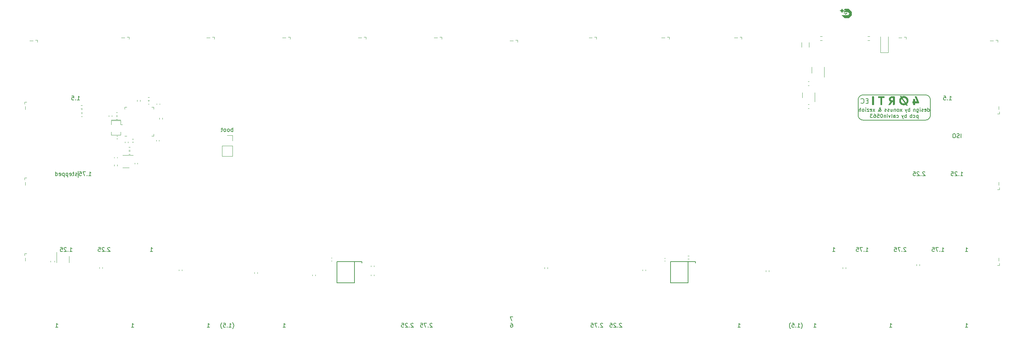
<source format=gbr>
%TF.GenerationSoftware,KiCad,Pcbnew,(7.0.0)*%
%TF.CreationDate,2024-04-06T15:18:24+02:00*%
%TF.ProjectId,forti EC,666f7274-6920-4454-932e-6b696361645f,rev?*%
%TF.SameCoordinates,Original*%
%TF.FileFunction,Legend,Bot*%
%TF.FilePolarity,Positive*%
%FSLAX46Y46*%
G04 Gerber Fmt 4.6, Leading zero omitted, Abs format (unit mm)*
G04 Created by KiCad (PCBNEW (7.0.0)) date 2024-04-06 15:18:24*
%MOMM*%
%LPD*%
G01*
G04 APERTURE LIST*
%ADD10C,0.150000*%
%ADD11C,0.200000*%
%ADD12C,0.120000*%
%ADD13C,0.170180*%
%ADD14C,0.002540*%
G04 APERTURE END LIST*
D10*
X255270000Y-52599908D02*
X255270000Y-48789908D01*
X238360000Y-47519900D02*
G75*
G03*
X237090000Y-48789908I0J-1270000D01*
G01*
X238360000Y-53869908D02*
X254000000Y-53869908D01*
X254000000Y-47519908D02*
X238360000Y-47519908D01*
X254000000Y-53869900D02*
G75*
G03*
X255270000Y-52599908I0J1270000D01*
G01*
X237089992Y-52599908D02*
G75*
G03*
X238360000Y-53869908I1270008J8D01*
G01*
X41120181Y-66675000D02*
X41120181Y-68262500D01*
X237090000Y-48789908D02*
X237090000Y-52599908D01*
X255269992Y-48789908D02*
G75*
G03*
X254000000Y-47519908I-1269992J8D01*
G01*
X150352082Y-103332380D02*
X149685416Y-103332380D01*
X149685416Y-103332380D02*
X150113987Y-104332380D01*
X149828273Y-104952380D02*
X150018749Y-104952380D01*
X150018749Y-104952380D02*
X150113987Y-105000000D01*
X150113987Y-105000000D02*
X150161606Y-105047619D01*
X150161606Y-105047619D02*
X150256844Y-105190476D01*
X150256844Y-105190476D02*
X150304463Y-105380952D01*
X150304463Y-105380952D02*
X150304463Y-105761904D01*
X150304463Y-105761904D02*
X150256844Y-105857142D01*
X150256844Y-105857142D02*
X150209225Y-105904761D01*
X150209225Y-105904761D02*
X150113987Y-105952380D01*
X150113987Y-105952380D02*
X149923511Y-105952380D01*
X149923511Y-105952380D02*
X149828273Y-105904761D01*
X149828273Y-105904761D02*
X149780654Y-105857142D01*
X149780654Y-105857142D02*
X149733035Y-105761904D01*
X149733035Y-105761904D02*
X149733035Y-105523809D01*
X149733035Y-105523809D02*
X149780654Y-105428571D01*
X149780654Y-105428571D02*
X149828273Y-105380952D01*
X149828273Y-105380952D02*
X149923511Y-105333333D01*
X149923511Y-105333333D02*
X150113987Y-105333333D01*
X150113987Y-105333333D02*
X150209225Y-105380952D01*
X150209225Y-105380952D02*
X150256844Y-105428571D01*
X150256844Y-105428571D02*
X150304463Y-105523809D01*
X249126189Y-85981369D02*
X249078570Y-85933750D01*
X249078570Y-85933750D02*
X248983332Y-85886130D01*
X248983332Y-85886130D02*
X248745237Y-85886130D01*
X248745237Y-85886130D02*
X248649999Y-85933750D01*
X248649999Y-85933750D02*
X248602380Y-85981369D01*
X248602380Y-85981369D02*
X248554761Y-86076607D01*
X248554761Y-86076607D02*
X248554761Y-86171845D01*
X248554761Y-86171845D02*
X248602380Y-86314702D01*
X248602380Y-86314702D02*
X249173808Y-86886130D01*
X249173808Y-86886130D02*
X248554761Y-86886130D01*
X248126189Y-86790892D02*
X248078570Y-86838511D01*
X248078570Y-86838511D02*
X248126189Y-86886130D01*
X248126189Y-86886130D02*
X248173808Y-86838511D01*
X248173808Y-86838511D02*
X248126189Y-86790892D01*
X248126189Y-86790892D02*
X248126189Y-86886130D01*
X247745237Y-85886130D02*
X247078571Y-85886130D01*
X247078571Y-85886130D02*
X247507142Y-86886130D01*
X246221428Y-85886130D02*
X246697618Y-85886130D01*
X246697618Y-85886130D02*
X246745237Y-86362321D01*
X246745237Y-86362321D02*
X246697618Y-86314702D01*
X246697618Y-86314702D02*
X246602380Y-86267083D01*
X246602380Y-86267083D02*
X246364285Y-86267083D01*
X246364285Y-86267083D02*
X246269047Y-86314702D01*
X246269047Y-86314702D02*
X246221428Y-86362321D01*
X246221428Y-86362321D02*
X246173809Y-86457559D01*
X246173809Y-86457559D02*
X246173809Y-86695654D01*
X246173809Y-86695654D02*
X246221428Y-86790892D01*
X246221428Y-86790892D02*
X246269047Y-86838511D01*
X246269047Y-86838511D02*
X246364285Y-86886130D01*
X246364285Y-86886130D02*
X246602380Y-86886130D01*
X246602380Y-86886130D02*
X246697618Y-86838511D01*
X246697618Y-86838511D02*
X246745237Y-86790892D01*
X254610000Y-51660550D02*
X254610000Y-50760550D01*
X254610000Y-51617693D02*
X254695714Y-51660550D01*
X254695714Y-51660550D02*
X254867142Y-51660550D01*
X254867142Y-51660550D02*
X254952857Y-51617693D01*
X254952857Y-51617693D02*
X254995714Y-51574836D01*
X254995714Y-51574836D02*
X255038571Y-51489122D01*
X255038571Y-51489122D02*
X255038571Y-51231979D01*
X255038571Y-51231979D02*
X254995714Y-51146265D01*
X254995714Y-51146265D02*
X254952857Y-51103408D01*
X254952857Y-51103408D02*
X254867142Y-51060550D01*
X254867142Y-51060550D02*
X254695714Y-51060550D01*
X254695714Y-51060550D02*
X254610000Y-51103408D01*
X253838571Y-51617693D02*
X253924285Y-51660550D01*
X253924285Y-51660550D02*
X254095714Y-51660550D01*
X254095714Y-51660550D02*
X254181428Y-51617693D01*
X254181428Y-51617693D02*
X254224285Y-51531979D01*
X254224285Y-51531979D02*
X254224285Y-51189122D01*
X254224285Y-51189122D02*
X254181428Y-51103408D01*
X254181428Y-51103408D02*
X254095714Y-51060550D01*
X254095714Y-51060550D02*
X253924285Y-51060550D01*
X253924285Y-51060550D02*
X253838571Y-51103408D01*
X253838571Y-51103408D02*
X253795714Y-51189122D01*
X253795714Y-51189122D02*
X253795714Y-51274836D01*
X253795714Y-51274836D02*
X254224285Y-51360550D01*
X253452856Y-51617693D02*
X253367142Y-51660550D01*
X253367142Y-51660550D02*
X253195713Y-51660550D01*
X253195713Y-51660550D02*
X253109999Y-51617693D01*
X253109999Y-51617693D02*
X253067142Y-51531979D01*
X253067142Y-51531979D02*
X253067142Y-51489122D01*
X253067142Y-51489122D02*
X253109999Y-51403408D01*
X253109999Y-51403408D02*
X253195713Y-51360550D01*
X253195713Y-51360550D02*
X253324285Y-51360550D01*
X253324285Y-51360550D02*
X253409999Y-51317693D01*
X253409999Y-51317693D02*
X253452856Y-51231979D01*
X253452856Y-51231979D02*
X253452856Y-51189122D01*
X253452856Y-51189122D02*
X253409999Y-51103408D01*
X253409999Y-51103408D02*
X253324285Y-51060550D01*
X253324285Y-51060550D02*
X253195713Y-51060550D01*
X253195713Y-51060550D02*
X253109999Y-51103408D01*
X252681428Y-51660550D02*
X252681428Y-51060550D01*
X252681428Y-50760550D02*
X252724285Y-50803408D01*
X252724285Y-50803408D02*
X252681428Y-50846265D01*
X252681428Y-50846265D02*
X252638571Y-50803408D01*
X252638571Y-50803408D02*
X252681428Y-50760550D01*
X252681428Y-50760550D02*
X252681428Y-50846265D01*
X251867143Y-51060550D02*
X251867143Y-51789122D01*
X251867143Y-51789122D02*
X251910000Y-51874836D01*
X251910000Y-51874836D02*
X251952857Y-51917693D01*
X251952857Y-51917693D02*
X252038571Y-51960550D01*
X252038571Y-51960550D02*
X252167143Y-51960550D01*
X252167143Y-51960550D02*
X252252857Y-51917693D01*
X251867143Y-51617693D02*
X251952857Y-51660550D01*
X251952857Y-51660550D02*
X252124285Y-51660550D01*
X252124285Y-51660550D02*
X252210000Y-51617693D01*
X252210000Y-51617693D02*
X252252857Y-51574836D01*
X252252857Y-51574836D02*
X252295714Y-51489122D01*
X252295714Y-51489122D02*
X252295714Y-51231979D01*
X252295714Y-51231979D02*
X252252857Y-51146265D01*
X252252857Y-51146265D02*
X252210000Y-51103408D01*
X252210000Y-51103408D02*
X252124285Y-51060550D01*
X252124285Y-51060550D02*
X251952857Y-51060550D01*
X251952857Y-51060550D02*
X251867143Y-51103408D01*
X251438571Y-51060550D02*
X251438571Y-51660550D01*
X251438571Y-51146265D02*
X251395714Y-51103408D01*
X251395714Y-51103408D02*
X251309999Y-51060550D01*
X251309999Y-51060550D02*
X251181428Y-51060550D01*
X251181428Y-51060550D02*
X251095714Y-51103408D01*
X251095714Y-51103408D02*
X251052857Y-51189122D01*
X251052857Y-51189122D02*
X251052857Y-51660550D01*
X250084285Y-51660550D02*
X250084285Y-50760550D01*
X250084285Y-51103408D02*
X249998571Y-51060550D01*
X249998571Y-51060550D02*
X249827142Y-51060550D01*
X249827142Y-51060550D02*
X249741428Y-51103408D01*
X249741428Y-51103408D02*
X249698571Y-51146265D01*
X249698571Y-51146265D02*
X249655713Y-51231979D01*
X249655713Y-51231979D02*
X249655713Y-51489122D01*
X249655713Y-51489122D02*
X249698571Y-51574836D01*
X249698571Y-51574836D02*
X249741428Y-51617693D01*
X249741428Y-51617693D02*
X249827142Y-51660550D01*
X249827142Y-51660550D02*
X249998571Y-51660550D01*
X249998571Y-51660550D02*
X250084285Y-51617693D01*
X249355713Y-51060550D02*
X249141427Y-51660550D01*
X248927142Y-51060550D02*
X249141427Y-51660550D01*
X249141427Y-51660550D02*
X249227142Y-51874836D01*
X249227142Y-51874836D02*
X249269999Y-51917693D01*
X249269999Y-51917693D02*
X249355713Y-51960550D01*
X248129999Y-51660550D02*
X247658571Y-51060550D01*
X248129999Y-51060550D02*
X247658571Y-51660550D01*
X247187142Y-51660550D02*
X247272857Y-51617693D01*
X247272857Y-51617693D02*
X247315714Y-51574836D01*
X247315714Y-51574836D02*
X247358571Y-51489122D01*
X247358571Y-51489122D02*
X247358571Y-51231979D01*
X247358571Y-51231979D02*
X247315714Y-51146265D01*
X247315714Y-51146265D02*
X247272857Y-51103408D01*
X247272857Y-51103408D02*
X247187142Y-51060550D01*
X247187142Y-51060550D02*
X247058571Y-51060550D01*
X247058571Y-51060550D02*
X246972857Y-51103408D01*
X246972857Y-51103408D02*
X246930000Y-51146265D01*
X246930000Y-51146265D02*
X246887142Y-51231979D01*
X246887142Y-51231979D02*
X246887142Y-51489122D01*
X246887142Y-51489122D02*
X246930000Y-51574836D01*
X246930000Y-51574836D02*
X246972857Y-51617693D01*
X246972857Y-51617693D02*
X247058571Y-51660550D01*
X247058571Y-51660550D02*
X247187142Y-51660550D01*
X246501428Y-51060550D02*
X246501428Y-51660550D01*
X246501428Y-51146265D02*
X246458571Y-51103408D01*
X246458571Y-51103408D02*
X246372856Y-51060550D01*
X246372856Y-51060550D02*
X246244285Y-51060550D01*
X246244285Y-51060550D02*
X246158571Y-51103408D01*
X246158571Y-51103408D02*
X246115714Y-51189122D01*
X246115714Y-51189122D02*
X246115714Y-51660550D01*
X245301428Y-51060550D02*
X245301428Y-51660550D01*
X245687142Y-51060550D02*
X245687142Y-51531979D01*
X245687142Y-51531979D02*
X245644285Y-51617693D01*
X245644285Y-51617693D02*
X245558570Y-51660550D01*
X245558570Y-51660550D02*
X245429999Y-51660550D01*
X245429999Y-51660550D02*
X245344285Y-51617693D01*
X245344285Y-51617693D02*
X245301428Y-51574836D01*
X244915713Y-51617693D02*
X244829999Y-51660550D01*
X244829999Y-51660550D02*
X244658570Y-51660550D01*
X244658570Y-51660550D02*
X244572856Y-51617693D01*
X244572856Y-51617693D02*
X244529999Y-51531979D01*
X244529999Y-51531979D02*
X244529999Y-51489122D01*
X244529999Y-51489122D02*
X244572856Y-51403408D01*
X244572856Y-51403408D02*
X244658570Y-51360550D01*
X244658570Y-51360550D02*
X244787142Y-51360550D01*
X244787142Y-51360550D02*
X244872856Y-51317693D01*
X244872856Y-51317693D02*
X244915713Y-51231979D01*
X244915713Y-51231979D02*
X244915713Y-51189122D01*
X244915713Y-51189122D02*
X244872856Y-51103408D01*
X244872856Y-51103408D02*
X244787142Y-51060550D01*
X244787142Y-51060550D02*
X244658570Y-51060550D01*
X244658570Y-51060550D02*
X244572856Y-51103408D01*
X244187142Y-51617693D02*
X244101428Y-51660550D01*
X244101428Y-51660550D02*
X243929999Y-51660550D01*
X243929999Y-51660550D02*
X243844285Y-51617693D01*
X243844285Y-51617693D02*
X243801428Y-51531979D01*
X243801428Y-51531979D02*
X243801428Y-51489122D01*
X243801428Y-51489122D02*
X243844285Y-51403408D01*
X243844285Y-51403408D02*
X243929999Y-51360550D01*
X243929999Y-51360550D02*
X244058571Y-51360550D01*
X244058571Y-51360550D02*
X244144285Y-51317693D01*
X244144285Y-51317693D02*
X244187142Y-51231979D01*
X244187142Y-51231979D02*
X244187142Y-51189122D01*
X244187142Y-51189122D02*
X244144285Y-51103408D01*
X244144285Y-51103408D02*
X244058571Y-51060550D01*
X244058571Y-51060550D02*
X243929999Y-51060550D01*
X243929999Y-51060550D02*
X243844285Y-51103408D01*
X242147142Y-51660550D02*
X242190000Y-51660550D01*
X242190000Y-51660550D02*
X242275714Y-51617693D01*
X242275714Y-51617693D02*
X242404285Y-51489122D01*
X242404285Y-51489122D02*
X242618571Y-51231979D01*
X242618571Y-51231979D02*
X242704285Y-51103408D01*
X242704285Y-51103408D02*
X242747142Y-50974836D01*
X242747142Y-50974836D02*
X242747142Y-50889122D01*
X242747142Y-50889122D02*
X242704285Y-50803408D01*
X242704285Y-50803408D02*
X242618571Y-50760550D01*
X242618571Y-50760550D02*
X242575714Y-50760550D01*
X242575714Y-50760550D02*
X242490000Y-50803408D01*
X242490000Y-50803408D02*
X242447142Y-50889122D01*
X242447142Y-50889122D02*
X242447142Y-50931979D01*
X242447142Y-50931979D02*
X242490000Y-51017693D01*
X242490000Y-51017693D02*
X242532857Y-51060550D01*
X242532857Y-51060550D02*
X242790000Y-51231979D01*
X242790000Y-51231979D02*
X242832857Y-51274836D01*
X242832857Y-51274836D02*
X242875714Y-51360550D01*
X242875714Y-51360550D02*
X242875714Y-51489122D01*
X242875714Y-51489122D02*
X242832857Y-51574836D01*
X242832857Y-51574836D02*
X242790000Y-51617693D01*
X242790000Y-51617693D02*
X242704285Y-51660550D01*
X242704285Y-51660550D02*
X242575714Y-51660550D01*
X242575714Y-51660550D02*
X242490000Y-51617693D01*
X242490000Y-51617693D02*
X242447142Y-51574836D01*
X242447142Y-51574836D02*
X242318571Y-51403408D01*
X242318571Y-51403408D02*
X242275714Y-51274836D01*
X242275714Y-51274836D02*
X242275714Y-51189122D01*
X241307142Y-51660550D02*
X240835714Y-51060550D01*
X241307142Y-51060550D02*
X240835714Y-51660550D01*
X240150000Y-51617693D02*
X240235714Y-51660550D01*
X240235714Y-51660550D02*
X240407143Y-51660550D01*
X240407143Y-51660550D02*
X240492857Y-51617693D01*
X240492857Y-51617693D02*
X240535714Y-51531979D01*
X240535714Y-51531979D02*
X240535714Y-51189122D01*
X240535714Y-51189122D02*
X240492857Y-51103408D01*
X240492857Y-51103408D02*
X240407143Y-51060550D01*
X240407143Y-51060550D02*
X240235714Y-51060550D01*
X240235714Y-51060550D02*
X240150000Y-51103408D01*
X240150000Y-51103408D02*
X240107143Y-51189122D01*
X240107143Y-51189122D02*
X240107143Y-51274836D01*
X240107143Y-51274836D02*
X240535714Y-51360550D01*
X239807142Y-51060550D02*
X239335714Y-51060550D01*
X239335714Y-51060550D02*
X239807142Y-51660550D01*
X239807142Y-51660550D02*
X239335714Y-51660550D01*
X238992857Y-51660550D02*
X238992857Y-51060550D01*
X238992857Y-50760550D02*
X239035714Y-50803408D01*
X239035714Y-50803408D02*
X238992857Y-50846265D01*
X238992857Y-50846265D02*
X238950000Y-50803408D01*
X238950000Y-50803408D02*
X238992857Y-50760550D01*
X238992857Y-50760550D02*
X238992857Y-50846265D01*
X238435714Y-51660550D02*
X238521429Y-51617693D01*
X238521429Y-51617693D02*
X238564286Y-51574836D01*
X238564286Y-51574836D02*
X238607143Y-51489122D01*
X238607143Y-51489122D02*
X238607143Y-51231979D01*
X238607143Y-51231979D02*
X238564286Y-51146265D01*
X238564286Y-51146265D02*
X238521429Y-51103408D01*
X238521429Y-51103408D02*
X238435714Y-51060550D01*
X238435714Y-51060550D02*
X238307143Y-51060550D01*
X238307143Y-51060550D02*
X238221429Y-51103408D01*
X238221429Y-51103408D02*
X238178572Y-51146265D01*
X238178572Y-51146265D02*
X238135714Y-51231979D01*
X238135714Y-51231979D02*
X238135714Y-51489122D01*
X238135714Y-51489122D02*
X238178572Y-51574836D01*
X238178572Y-51574836D02*
X238221429Y-51617693D01*
X238221429Y-51617693D02*
X238307143Y-51660550D01*
X238307143Y-51660550D02*
X238435714Y-51660550D01*
X237750000Y-51660550D02*
X237750000Y-50760550D01*
X237364286Y-51660550D02*
X237364286Y-51189122D01*
X237364286Y-51189122D02*
X237407143Y-51103408D01*
X237407143Y-51103408D02*
X237492857Y-51060550D01*
X237492857Y-51060550D02*
X237621428Y-51060550D01*
X237621428Y-51060550D02*
X237707143Y-51103408D01*
X237707143Y-51103408D02*
X237750000Y-51146265D01*
X130063689Y-105031369D02*
X130016070Y-104983750D01*
X130016070Y-104983750D02*
X129920832Y-104936130D01*
X129920832Y-104936130D02*
X129682737Y-104936130D01*
X129682737Y-104936130D02*
X129587499Y-104983750D01*
X129587499Y-104983750D02*
X129539880Y-105031369D01*
X129539880Y-105031369D02*
X129492261Y-105126607D01*
X129492261Y-105126607D02*
X129492261Y-105221845D01*
X129492261Y-105221845D02*
X129539880Y-105364702D01*
X129539880Y-105364702D02*
X130111308Y-105936130D01*
X130111308Y-105936130D02*
X129492261Y-105936130D01*
X129063689Y-105840892D02*
X129016070Y-105888511D01*
X129016070Y-105888511D02*
X129063689Y-105936130D01*
X129063689Y-105936130D02*
X129111308Y-105888511D01*
X129111308Y-105888511D02*
X129063689Y-105840892D01*
X129063689Y-105840892D02*
X129063689Y-105936130D01*
X128682737Y-104936130D02*
X128016071Y-104936130D01*
X128016071Y-104936130D02*
X128444642Y-105936130D01*
X127158928Y-104936130D02*
X127635118Y-104936130D01*
X127635118Y-104936130D02*
X127682737Y-105412321D01*
X127682737Y-105412321D02*
X127635118Y-105364702D01*
X127635118Y-105364702D02*
X127539880Y-105317083D01*
X127539880Y-105317083D02*
X127301785Y-105317083D01*
X127301785Y-105317083D02*
X127206547Y-105364702D01*
X127206547Y-105364702D02*
X127158928Y-105412321D01*
X127158928Y-105412321D02*
X127111309Y-105507559D01*
X127111309Y-105507559D02*
X127111309Y-105745654D01*
X127111309Y-105745654D02*
X127158928Y-105840892D01*
X127158928Y-105840892D02*
X127206547Y-105888511D01*
X127206547Y-105888511D02*
X127301785Y-105936130D01*
X127301785Y-105936130D02*
X127539880Y-105936130D01*
X127539880Y-105936130D02*
X127635118Y-105888511D01*
X127635118Y-105888511D02*
X127682737Y-105840892D01*
X59245535Y-86886130D02*
X59816963Y-86886130D01*
X59531249Y-86886130D02*
X59531249Y-85886130D01*
X59531249Y-85886130D02*
X59626487Y-86028988D01*
X59626487Y-86028988D02*
X59721725Y-86124226D01*
X59721725Y-86124226D02*
X59816963Y-86171845D01*
X79914583Y-106317083D02*
X79962202Y-106269464D01*
X79962202Y-106269464D02*
X80057440Y-106126607D01*
X80057440Y-106126607D02*
X80105059Y-106031369D01*
X80105059Y-106031369D02*
X80152678Y-105888511D01*
X80152678Y-105888511D02*
X80200297Y-105650416D01*
X80200297Y-105650416D02*
X80200297Y-105459940D01*
X80200297Y-105459940D02*
X80152678Y-105221845D01*
X80152678Y-105221845D02*
X80105059Y-105078988D01*
X80105059Y-105078988D02*
X80057440Y-104983750D01*
X80057440Y-104983750D02*
X79962202Y-104840892D01*
X79962202Y-104840892D02*
X79914583Y-104793273D01*
X79009821Y-105936130D02*
X79581249Y-105936130D01*
X79295535Y-105936130D02*
X79295535Y-104936130D01*
X79295535Y-104936130D02*
X79390773Y-105078988D01*
X79390773Y-105078988D02*
X79486011Y-105174226D01*
X79486011Y-105174226D02*
X79581249Y-105221845D01*
X78581249Y-105840892D02*
X78533630Y-105888511D01*
X78533630Y-105888511D02*
X78581249Y-105936130D01*
X78581249Y-105936130D02*
X78628868Y-105888511D01*
X78628868Y-105888511D02*
X78581249Y-105840892D01*
X78581249Y-105840892D02*
X78581249Y-105936130D01*
X77628869Y-104936130D02*
X78105059Y-104936130D01*
X78105059Y-104936130D02*
X78152678Y-105412321D01*
X78152678Y-105412321D02*
X78105059Y-105364702D01*
X78105059Y-105364702D02*
X78009821Y-105317083D01*
X78009821Y-105317083D02*
X77771726Y-105317083D01*
X77771726Y-105317083D02*
X77676488Y-105364702D01*
X77676488Y-105364702D02*
X77628869Y-105412321D01*
X77628869Y-105412321D02*
X77581250Y-105507559D01*
X77581250Y-105507559D02*
X77581250Y-105745654D01*
X77581250Y-105745654D02*
X77628869Y-105840892D01*
X77628869Y-105840892D02*
X77676488Y-105888511D01*
X77676488Y-105888511D02*
X77771726Y-105936130D01*
X77771726Y-105936130D02*
X78009821Y-105936130D01*
X78009821Y-105936130D02*
X78105059Y-105888511D01*
X78105059Y-105888511D02*
X78152678Y-105840892D01*
X77247916Y-106317083D02*
X77200297Y-106269464D01*
X77200297Y-106269464D02*
X77105059Y-106126607D01*
X77105059Y-106126607D02*
X77057440Y-106031369D01*
X77057440Y-106031369D02*
X77009821Y-105888511D01*
X77009821Y-105888511D02*
X76962202Y-105650416D01*
X76962202Y-105650416D02*
X76962202Y-105459940D01*
X76962202Y-105459940D02*
X77009821Y-105221845D01*
X77009821Y-105221845D02*
X77057440Y-105078988D01*
X77057440Y-105078988D02*
X77105059Y-104983750D01*
X77105059Y-104983750D02*
X77200297Y-104840892D01*
X77200297Y-104840892D02*
X77247916Y-104793273D01*
X264033035Y-105936130D02*
X264604463Y-105936130D01*
X264318749Y-105936130D02*
X264318749Y-104936130D01*
X264318749Y-104936130D02*
X264413987Y-105078988D01*
X264413987Y-105078988D02*
X264509225Y-105174226D01*
X264509225Y-105174226D02*
X264604463Y-105221845D01*
X49101189Y-85981369D02*
X49053570Y-85933750D01*
X49053570Y-85933750D02*
X48958332Y-85886130D01*
X48958332Y-85886130D02*
X48720237Y-85886130D01*
X48720237Y-85886130D02*
X48624999Y-85933750D01*
X48624999Y-85933750D02*
X48577380Y-85981369D01*
X48577380Y-85981369D02*
X48529761Y-86076607D01*
X48529761Y-86076607D02*
X48529761Y-86171845D01*
X48529761Y-86171845D02*
X48577380Y-86314702D01*
X48577380Y-86314702D02*
X49148808Y-86886130D01*
X49148808Y-86886130D02*
X48529761Y-86886130D01*
X48101189Y-86790892D02*
X48053570Y-86838511D01*
X48053570Y-86838511D02*
X48101189Y-86886130D01*
X48101189Y-86886130D02*
X48148808Y-86838511D01*
X48148808Y-86838511D02*
X48101189Y-86790892D01*
X48101189Y-86790892D02*
X48101189Y-86886130D01*
X47672618Y-85981369D02*
X47624999Y-85933750D01*
X47624999Y-85933750D02*
X47529761Y-85886130D01*
X47529761Y-85886130D02*
X47291666Y-85886130D01*
X47291666Y-85886130D02*
X47196428Y-85933750D01*
X47196428Y-85933750D02*
X47148809Y-85981369D01*
X47148809Y-85981369D02*
X47101190Y-86076607D01*
X47101190Y-86076607D02*
X47101190Y-86171845D01*
X47101190Y-86171845D02*
X47148809Y-86314702D01*
X47148809Y-86314702D02*
X47720237Y-86886130D01*
X47720237Y-86886130D02*
X47101190Y-86886130D01*
X46196428Y-85886130D02*
X46672618Y-85886130D01*
X46672618Y-85886130D02*
X46720237Y-86362321D01*
X46720237Y-86362321D02*
X46672618Y-86314702D01*
X46672618Y-86314702D02*
X46577380Y-86267083D01*
X46577380Y-86267083D02*
X46339285Y-86267083D01*
X46339285Y-86267083D02*
X46244047Y-86314702D01*
X46244047Y-86314702D02*
X46196428Y-86362321D01*
X46196428Y-86362321D02*
X46148809Y-86457559D01*
X46148809Y-86457559D02*
X46148809Y-86695654D01*
X46148809Y-86695654D02*
X46196428Y-86790892D01*
X46196428Y-86790892D02*
X46244047Y-86838511D01*
X46244047Y-86838511D02*
X46339285Y-86886130D01*
X46339285Y-86886130D02*
X46577380Y-86886130D01*
X46577380Y-86886130D02*
X46672618Y-86838511D01*
X46672618Y-86838511D02*
X46720237Y-86790892D01*
X35433035Y-105936130D02*
X36004463Y-105936130D01*
X35718749Y-105936130D02*
X35718749Y-104936130D01*
X35718749Y-104936130D02*
X35813987Y-105078988D01*
X35813987Y-105078988D02*
X35909225Y-105174226D01*
X35909225Y-105174226D02*
X36004463Y-105221845D01*
X125301189Y-105031369D02*
X125253570Y-104983750D01*
X125253570Y-104983750D02*
X125158332Y-104936130D01*
X125158332Y-104936130D02*
X124920237Y-104936130D01*
X124920237Y-104936130D02*
X124824999Y-104983750D01*
X124824999Y-104983750D02*
X124777380Y-105031369D01*
X124777380Y-105031369D02*
X124729761Y-105126607D01*
X124729761Y-105126607D02*
X124729761Y-105221845D01*
X124729761Y-105221845D02*
X124777380Y-105364702D01*
X124777380Y-105364702D02*
X125348808Y-105936130D01*
X125348808Y-105936130D02*
X124729761Y-105936130D01*
X124301189Y-105840892D02*
X124253570Y-105888511D01*
X124253570Y-105888511D02*
X124301189Y-105936130D01*
X124301189Y-105936130D02*
X124348808Y-105888511D01*
X124348808Y-105888511D02*
X124301189Y-105840892D01*
X124301189Y-105840892D02*
X124301189Y-105936130D01*
X123872618Y-105031369D02*
X123824999Y-104983750D01*
X123824999Y-104983750D02*
X123729761Y-104936130D01*
X123729761Y-104936130D02*
X123491666Y-104936130D01*
X123491666Y-104936130D02*
X123396428Y-104983750D01*
X123396428Y-104983750D02*
X123348809Y-105031369D01*
X123348809Y-105031369D02*
X123301190Y-105126607D01*
X123301190Y-105126607D02*
X123301190Y-105221845D01*
X123301190Y-105221845D02*
X123348809Y-105364702D01*
X123348809Y-105364702D02*
X123920237Y-105936130D01*
X123920237Y-105936130D02*
X123301190Y-105936130D01*
X122396428Y-104936130D02*
X122872618Y-104936130D01*
X122872618Y-104936130D02*
X122920237Y-105412321D01*
X122920237Y-105412321D02*
X122872618Y-105364702D01*
X122872618Y-105364702D02*
X122777380Y-105317083D01*
X122777380Y-105317083D02*
X122539285Y-105317083D01*
X122539285Y-105317083D02*
X122444047Y-105364702D01*
X122444047Y-105364702D02*
X122396428Y-105412321D01*
X122396428Y-105412321D02*
X122348809Y-105507559D01*
X122348809Y-105507559D02*
X122348809Y-105745654D01*
X122348809Y-105745654D02*
X122396428Y-105840892D01*
X122396428Y-105840892D02*
X122444047Y-105888511D01*
X122444047Y-105888511D02*
X122539285Y-105936130D01*
X122539285Y-105936130D02*
X122777380Y-105936130D01*
X122777380Y-105936130D02*
X122872618Y-105888511D01*
X122872618Y-105888511D02*
X122920237Y-105840892D01*
X262937499Y-58311130D02*
X262937499Y-57311130D01*
X262508928Y-58263511D02*
X262366071Y-58311130D01*
X262366071Y-58311130D02*
X262127976Y-58311130D01*
X262127976Y-58311130D02*
X262032738Y-58263511D01*
X262032738Y-58263511D02*
X261985119Y-58215892D01*
X261985119Y-58215892D02*
X261937500Y-58120654D01*
X261937500Y-58120654D02*
X261937500Y-58025416D01*
X261937500Y-58025416D02*
X261985119Y-57930178D01*
X261985119Y-57930178D02*
X262032738Y-57882559D01*
X262032738Y-57882559D02*
X262127976Y-57834940D01*
X262127976Y-57834940D02*
X262318452Y-57787321D01*
X262318452Y-57787321D02*
X262413690Y-57739702D01*
X262413690Y-57739702D02*
X262461309Y-57692083D01*
X262461309Y-57692083D02*
X262508928Y-57596845D01*
X262508928Y-57596845D02*
X262508928Y-57501607D01*
X262508928Y-57501607D02*
X262461309Y-57406369D01*
X262461309Y-57406369D02*
X262413690Y-57358750D01*
X262413690Y-57358750D02*
X262318452Y-57311130D01*
X262318452Y-57311130D02*
X262080357Y-57311130D01*
X262080357Y-57311130D02*
X261937500Y-57358750D01*
X261318452Y-57311130D02*
X261127976Y-57311130D01*
X261127976Y-57311130D02*
X261032738Y-57358750D01*
X261032738Y-57358750D02*
X260937500Y-57453988D01*
X260937500Y-57453988D02*
X260889881Y-57644464D01*
X260889881Y-57644464D02*
X260889881Y-57977797D01*
X260889881Y-57977797D02*
X260937500Y-58168273D01*
X260937500Y-58168273D02*
X261032738Y-58263511D01*
X261032738Y-58263511D02*
X261127976Y-58311130D01*
X261127976Y-58311130D02*
X261318452Y-58311130D01*
X261318452Y-58311130D02*
X261413690Y-58263511D01*
X261413690Y-58263511D02*
X261508928Y-58168273D01*
X261508928Y-58168273D02*
X261556547Y-57977797D01*
X261556547Y-57977797D02*
X261556547Y-57644464D01*
X261556547Y-57644464D02*
X261508928Y-57453988D01*
X261508928Y-57453988D02*
X261413690Y-57358750D01*
X261413690Y-57358750D02*
X261318452Y-57311130D01*
X39004761Y-86886130D02*
X39576189Y-86886130D01*
X39290475Y-86886130D02*
X39290475Y-85886130D01*
X39290475Y-85886130D02*
X39385713Y-86028988D01*
X39385713Y-86028988D02*
X39480951Y-86124226D01*
X39480951Y-86124226D02*
X39576189Y-86171845D01*
X38576189Y-86790892D02*
X38528570Y-86838511D01*
X38528570Y-86838511D02*
X38576189Y-86886130D01*
X38576189Y-86886130D02*
X38623808Y-86838511D01*
X38623808Y-86838511D02*
X38576189Y-86790892D01*
X38576189Y-86790892D02*
X38576189Y-86886130D01*
X38147618Y-85981369D02*
X38099999Y-85933750D01*
X38099999Y-85933750D02*
X38004761Y-85886130D01*
X38004761Y-85886130D02*
X37766666Y-85886130D01*
X37766666Y-85886130D02*
X37671428Y-85933750D01*
X37671428Y-85933750D02*
X37623809Y-85981369D01*
X37623809Y-85981369D02*
X37576190Y-86076607D01*
X37576190Y-86076607D02*
X37576190Y-86171845D01*
X37576190Y-86171845D02*
X37623809Y-86314702D01*
X37623809Y-86314702D02*
X38195237Y-86886130D01*
X38195237Y-86886130D02*
X37576190Y-86886130D01*
X36671428Y-85886130D02*
X37147618Y-85886130D01*
X37147618Y-85886130D02*
X37195237Y-86362321D01*
X37195237Y-86362321D02*
X37147618Y-86314702D01*
X37147618Y-86314702D02*
X37052380Y-86267083D01*
X37052380Y-86267083D02*
X36814285Y-86267083D01*
X36814285Y-86267083D02*
X36719047Y-86314702D01*
X36719047Y-86314702D02*
X36671428Y-86362321D01*
X36671428Y-86362321D02*
X36623809Y-86457559D01*
X36623809Y-86457559D02*
X36623809Y-86695654D01*
X36623809Y-86695654D02*
X36671428Y-86790892D01*
X36671428Y-86790892D02*
X36719047Y-86838511D01*
X36719047Y-86838511D02*
X36814285Y-86886130D01*
X36814285Y-86886130D02*
X37052380Y-86886130D01*
X37052380Y-86886130D02*
X37147618Y-86838511D01*
X37147618Y-86838511D02*
X37195237Y-86790892D01*
X222789583Y-106317083D02*
X222837202Y-106269464D01*
X222837202Y-106269464D02*
X222932440Y-106126607D01*
X222932440Y-106126607D02*
X222980059Y-106031369D01*
X222980059Y-106031369D02*
X223027678Y-105888511D01*
X223027678Y-105888511D02*
X223075297Y-105650416D01*
X223075297Y-105650416D02*
X223075297Y-105459940D01*
X223075297Y-105459940D02*
X223027678Y-105221845D01*
X223027678Y-105221845D02*
X222980059Y-105078988D01*
X222980059Y-105078988D02*
X222932440Y-104983750D01*
X222932440Y-104983750D02*
X222837202Y-104840892D01*
X222837202Y-104840892D02*
X222789583Y-104793273D01*
X221884821Y-105936130D02*
X222456249Y-105936130D01*
X222170535Y-105936130D02*
X222170535Y-104936130D01*
X222170535Y-104936130D02*
X222265773Y-105078988D01*
X222265773Y-105078988D02*
X222361011Y-105174226D01*
X222361011Y-105174226D02*
X222456249Y-105221845D01*
X221456249Y-105840892D02*
X221408630Y-105888511D01*
X221408630Y-105888511D02*
X221456249Y-105936130D01*
X221456249Y-105936130D02*
X221503868Y-105888511D01*
X221503868Y-105888511D02*
X221456249Y-105840892D01*
X221456249Y-105840892D02*
X221456249Y-105936130D01*
X220503869Y-104936130D02*
X220980059Y-104936130D01*
X220980059Y-104936130D02*
X221027678Y-105412321D01*
X221027678Y-105412321D02*
X220980059Y-105364702D01*
X220980059Y-105364702D02*
X220884821Y-105317083D01*
X220884821Y-105317083D02*
X220646726Y-105317083D01*
X220646726Y-105317083D02*
X220551488Y-105364702D01*
X220551488Y-105364702D02*
X220503869Y-105412321D01*
X220503869Y-105412321D02*
X220456250Y-105507559D01*
X220456250Y-105507559D02*
X220456250Y-105745654D01*
X220456250Y-105745654D02*
X220503869Y-105840892D01*
X220503869Y-105840892D02*
X220551488Y-105888511D01*
X220551488Y-105888511D02*
X220646726Y-105936130D01*
X220646726Y-105936130D02*
X220884821Y-105936130D01*
X220884821Y-105936130D02*
X220980059Y-105888511D01*
X220980059Y-105888511D02*
X221027678Y-105840892D01*
X220122916Y-106317083D02*
X220075297Y-106269464D01*
X220075297Y-106269464D02*
X219980059Y-106126607D01*
X219980059Y-106126607D02*
X219932440Y-106031369D01*
X219932440Y-106031369D02*
X219884821Y-105888511D01*
X219884821Y-105888511D02*
X219837202Y-105650416D01*
X219837202Y-105650416D02*
X219837202Y-105459940D01*
X219837202Y-105459940D02*
X219884821Y-105221845D01*
X219884821Y-105221845D02*
X219932440Y-105078988D01*
X219932440Y-105078988D02*
X219980059Y-104983750D01*
X219980059Y-104983750D02*
X220075297Y-104840892D01*
X220075297Y-104840892D02*
X220122916Y-104793273D01*
X172926189Y-105031369D02*
X172878570Y-104983750D01*
X172878570Y-104983750D02*
X172783332Y-104936130D01*
X172783332Y-104936130D02*
X172545237Y-104936130D01*
X172545237Y-104936130D02*
X172449999Y-104983750D01*
X172449999Y-104983750D02*
X172402380Y-105031369D01*
X172402380Y-105031369D02*
X172354761Y-105126607D01*
X172354761Y-105126607D02*
X172354761Y-105221845D01*
X172354761Y-105221845D02*
X172402380Y-105364702D01*
X172402380Y-105364702D02*
X172973808Y-105936130D01*
X172973808Y-105936130D02*
X172354761Y-105936130D01*
X171926189Y-105840892D02*
X171878570Y-105888511D01*
X171878570Y-105888511D02*
X171926189Y-105936130D01*
X171926189Y-105936130D02*
X171973808Y-105888511D01*
X171973808Y-105888511D02*
X171926189Y-105840892D01*
X171926189Y-105840892D02*
X171926189Y-105936130D01*
X171545237Y-104936130D02*
X170878571Y-104936130D01*
X170878571Y-104936130D02*
X171307142Y-105936130D01*
X170021428Y-104936130D02*
X170497618Y-104936130D01*
X170497618Y-104936130D02*
X170545237Y-105412321D01*
X170545237Y-105412321D02*
X170497618Y-105364702D01*
X170497618Y-105364702D02*
X170402380Y-105317083D01*
X170402380Y-105317083D02*
X170164285Y-105317083D01*
X170164285Y-105317083D02*
X170069047Y-105364702D01*
X170069047Y-105364702D02*
X170021428Y-105412321D01*
X170021428Y-105412321D02*
X169973809Y-105507559D01*
X169973809Y-105507559D02*
X169973809Y-105745654D01*
X169973809Y-105745654D02*
X170021428Y-105840892D01*
X170021428Y-105840892D02*
X170069047Y-105888511D01*
X170069047Y-105888511D02*
X170164285Y-105936130D01*
X170164285Y-105936130D02*
X170402380Y-105936130D01*
X170402380Y-105936130D02*
X170497618Y-105888511D01*
X170497618Y-105888511D02*
X170545237Y-105840892D01*
X252162858Y-52648050D02*
X252162858Y-53548050D01*
X252162858Y-52690908D02*
X252077144Y-52648050D01*
X252077144Y-52648050D02*
X251905715Y-52648050D01*
X251905715Y-52648050D02*
X251820001Y-52690908D01*
X251820001Y-52690908D02*
X251777144Y-52733765D01*
X251777144Y-52733765D02*
X251734286Y-52819479D01*
X251734286Y-52819479D02*
X251734286Y-53076622D01*
X251734286Y-53076622D02*
X251777144Y-53162336D01*
X251777144Y-53162336D02*
X251820001Y-53205193D01*
X251820001Y-53205193D02*
X251905715Y-53248050D01*
X251905715Y-53248050D02*
X252077144Y-53248050D01*
X252077144Y-53248050D02*
X252162858Y-53205193D01*
X250962858Y-53205193D02*
X251048572Y-53248050D01*
X251048572Y-53248050D02*
X251220000Y-53248050D01*
X251220000Y-53248050D02*
X251305715Y-53205193D01*
X251305715Y-53205193D02*
X251348572Y-53162336D01*
X251348572Y-53162336D02*
X251391429Y-53076622D01*
X251391429Y-53076622D02*
X251391429Y-52819479D01*
X251391429Y-52819479D02*
X251348572Y-52733765D01*
X251348572Y-52733765D02*
X251305715Y-52690908D01*
X251305715Y-52690908D02*
X251220000Y-52648050D01*
X251220000Y-52648050D02*
X251048572Y-52648050D01*
X251048572Y-52648050D02*
X250962858Y-52690908D01*
X250577143Y-53248050D02*
X250577143Y-52348050D01*
X250577143Y-52690908D02*
X250491429Y-52648050D01*
X250491429Y-52648050D02*
X250320000Y-52648050D01*
X250320000Y-52648050D02*
X250234286Y-52690908D01*
X250234286Y-52690908D02*
X250191429Y-52733765D01*
X250191429Y-52733765D02*
X250148571Y-52819479D01*
X250148571Y-52819479D02*
X250148571Y-53076622D01*
X250148571Y-53076622D02*
X250191429Y-53162336D01*
X250191429Y-53162336D02*
X250234286Y-53205193D01*
X250234286Y-53205193D02*
X250320000Y-53248050D01*
X250320000Y-53248050D02*
X250491429Y-53248050D01*
X250491429Y-53248050D02*
X250577143Y-53205193D01*
X249222857Y-53248050D02*
X249222857Y-52348050D01*
X249222857Y-52690908D02*
X249137143Y-52648050D01*
X249137143Y-52648050D02*
X248965714Y-52648050D01*
X248965714Y-52648050D02*
X248880000Y-52690908D01*
X248880000Y-52690908D02*
X248837143Y-52733765D01*
X248837143Y-52733765D02*
X248794285Y-52819479D01*
X248794285Y-52819479D02*
X248794285Y-53076622D01*
X248794285Y-53076622D02*
X248837143Y-53162336D01*
X248837143Y-53162336D02*
X248880000Y-53205193D01*
X248880000Y-53205193D02*
X248965714Y-53248050D01*
X248965714Y-53248050D02*
X249137143Y-53248050D01*
X249137143Y-53248050D02*
X249222857Y-53205193D01*
X248494285Y-52648050D02*
X248279999Y-53248050D01*
X248065714Y-52648050D02*
X248279999Y-53248050D01*
X248279999Y-53248050D02*
X248365714Y-53462336D01*
X248365714Y-53462336D02*
X248408571Y-53505193D01*
X248408571Y-53505193D02*
X248494285Y-53548050D01*
X246797143Y-53205193D02*
X246882857Y-53248050D01*
X246882857Y-53248050D02*
X247054285Y-53248050D01*
X247054285Y-53248050D02*
X247140000Y-53205193D01*
X247140000Y-53205193D02*
X247182857Y-53162336D01*
X247182857Y-53162336D02*
X247225714Y-53076622D01*
X247225714Y-53076622D02*
X247225714Y-52819479D01*
X247225714Y-52819479D02*
X247182857Y-52733765D01*
X247182857Y-52733765D02*
X247140000Y-52690908D01*
X247140000Y-52690908D02*
X247054285Y-52648050D01*
X247054285Y-52648050D02*
X246882857Y-52648050D01*
X246882857Y-52648050D02*
X246797143Y-52690908D01*
X246025714Y-53248050D02*
X246025714Y-52776622D01*
X246025714Y-52776622D02*
X246068571Y-52690908D01*
X246068571Y-52690908D02*
X246154285Y-52648050D01*
X246154285Y-52648050D02*
X246325714Y-52648050D01*
X246325714Y-52648050D02*
X246411428Y-52690908D01*
X246025714Y-53205193D02*
X246111428Y-53248050D01*
X246111428Y-53248050D02*
X246325714Y-53248050D01*
X246325714Y-53248050D02*
X246411428Y-53205193D01*
X246411428Y-53205193D02*
X246454285Y-53119479D01*
X246454285Y-53119479D02*
X246454285Y-53033765D01*
X246454285Y-53033765D02*
X246411428Y-52948050D01*
X246411428Y-52948050D02*
X246325714Y-52905193D01*
X246325714Y-52905193D02*
X246111428Y-52905193D01*
X246111428Y-52905193D02*
X246025714Y-52862336D01*
X245468570Y-53248050D02*
X245554285Y-53205193D01*
X245554285Y-53205193D02*
X245597142Y-53119479D01*
X245597142Y-53119479D02*
X245597142Y-52348050D01*
X245211427Y-52648050D02*
X244997141Y-53248050D01*
X244997141Y-53248050D02*
X244782856Y-52648050D01*
X244439999Y-53248050D02*
X244439999Y-52648050D01*
X244439999Y-52348050D02*
X244482856Y-52390908D01*
X244482856Y-52390908D02*
X244439999Y-52433765D01*
X244439999Y-52433765D02*
X244397142Y-52390908D01*
X244397142Y-52390908D02*
X244439999Y-52348050D01*
X244439999Y-52348050D02*
X244439999Y-52433765D01*
X244011428Y-52648050D02*
X244011428Y-53248050D01*
X244011428Y-52733765D02*
X243968571Y-52690908D01*
X243968571Y-52690908D02*
X243882856Y-52648050D01*
X243882856Y-52648050D02*
X243754285Y-52648050D01*
X243754285Y-52648050D02*
X243668571Y-52690908D01*
X243668571Y-52690908D02*
X243625714Y-52776622D01*
X243625714Y-52776622D02*
X243625714Y-53248050D01*
X243025713Y-52348050D02*
X242939999Y-52348050D01*
X242939999Y-52348050D02*
X242854285Y-52390908D01*
X242854285Y-52390908D02*
X242811428Y-52433765D01*
X242811428Y-52433765D02*
X242768570Y-52519479D01*
X242768570Y-52519479D02*
X242725713Y-52690908D01*
X242725713Y-52690908D02*
X242725713Y-52905193D01*
X242725713Y-52905193D02*
X242768570Y-53076622D01*
X242768570Y-53076622D02*
X242811428Y-53162336D01*
X242811428Y-53162336D02*
X242854285Y-53205193D01*
X242854285Y-53205193D02*
X242939999Y-53248050D01*
X242939999Y-53248050D02*
X243025713Y-53248050D01*
X243025713Y-53248050D02*
X243111428Y-53205193D01*
X243111428Y-53205193D02*
X243154285Y-53162336D01*
X243154285Y-53162336D02*
X243197142Y-53076622D01*
X243197142Y-53076622D02*
X243239999Y-52905193D01*
X243239999Y-52905193D02*
X243239999Y-52690908D01*
X243239999Y-52690908D02*
X243197142Y-52519479D01*
X243197142Y-52519479D02*
X243154285Y-52433765D01*
X243154285Y-52433765D02*
X243111428Y-52390908D01*
X243111428Y-52390908D02*
X243025713Y-52348050D01*
X241911427Y-52348050D02*
X242339999Y-52348050D01*
X242339999Y-52348050D02*
X242382856Y-52776622D01*
X242382856Y-52776622D02*
X242339999Y-52733765D01*
X242339999Y-52733765D02*
X242254285Y-52690908D01*
X242254285Y-52690908D02*
X242039999Y-52690908D01*
X242039999Y-52690908D02*
X241954285Y-52733765D01*
X241954285Y-52733765D02*
X241911427Y-52776622D01*
X241911427Y-52776622D02*
X241868570Y-52862336D01*
X241868570Y-52862336D02*
X241868570Y-53076622D01*
X241868570Y-53076622D02*
X241911427Y-53162336D01*
X241911427Y-53162336D02*
X241954285Y-53205193D01*
X241954285Y-53205193D02*
X242039999Y-53248050D01*
X242039999Y-53248050D02*
X242254285Y-53248050D01*
X242254285Y-53248050D02*
X242339999Y-53205193D01*
X242339999Y-53205193D02*
X242382856Y-53162336D01*
X241097142Y-52348050D02*
X241268570Y-52348050D01*
X241268570Y-52348050D02*
X241354284Y-52390908D01*
X241354284Y-52390908D02*
X241397142Y-52433765D01*
X241397142Y-52433765D02*
X241482856Y-52562336D01*
X241482856Y-52562336D02*
X241525713Y-52733765D01*
X241525713Y-52733765D02*
X241525713Y-53076622D01*
X241525713Y-53076622D02*
X241482856Y-53162336D01*
X241482856Y-53162336D02*
X241439999Y-53205193D01*
X241439999Y-53205193D02*
X241354284Y-53248050D01*
X241354284Y-53248050D02*
X241182856Y-53248050D01*
X241182856Y-53248050D02*
X241097142Y-53205193D01*
X241097142Y-53205193D02*
X241054284Y-53162336D01*
X241054284Y-53162336D02*
X241011427Y-53076622D01*
X241011427Y-53076622D02*
X241011427Y-52862336D01*
X241011427Y-52862336D02*
X241054284Y-52776622D01*
X241054284Y-52776622D02*
X241097142Y-52733765D01*
X241097142Y-52733765D02*
X241182856Y-52690908D01*
X241182856Y-52690908D02*
X241354284Y-52690908D01*
X241354284Y-52690908D02*
X241439999Y-52733765D01*
X241439999Y-52733765D02*
X241482856Y-52776622D01*
X241482856Y-52776622D02*
X241525713Y-52862336D01*
X240711427Y-52348050D02*
X240154284Y-52348050D01*
X240154284Y-52348050D02*
X240454284Y-52690908D01*
X240454284Y-52690908D02*
X240325713Y-52690908D01*
X240325713Y-52690908D02*
X240239999Y-52733765D01*
X240239999Y-52733765D02*
X240197141Y-52776622D01*
X240197141Y-52776622D02*
X240154284Y-52862336D01*
X240154284Y-52862336D02*
X240154284Y-53076622D01*
X240154284Y-53076622D02*
X240197141Y-53162336D01*
X240197141Y-53162336D02*
X240239999Y-53205193D01*
X240239999Y-53205193D02*
X240325713Y-53248050D01*
X240325713Y-53248050D02*
X240582856Y-53248050D01*
X240582856Y-53248050D02*
X240668570Y-53205193D01*
X240668570Y-53205193D02*
X240711427Y-53162336D01*
X230695535Y-86886130D02*
X231266963Y-86886130D01*
X230981249Y-86886130D02*
X230981249Y-85886130D01*
X230981249Y-85886130D02*
X231076487Y-86028988D01*
X231076487Y-86028988D02*
X231171725Y-86124226D01*
X231171725Y-86124226D02*
X231266963Y-86171845D01*
X264033035Y-86886130D02*
X264604463Y-86886130D01*
X264318749Y-86886130D02*
X264318749Y-85886130D01*
X264318749Y-85886130D02*
X264413987Y-86028988D01*
X264413987Y-86028988D02*
X264509225Y-86124226D01*
X264509225Y-86124226D02*
X264604463Y-86171845D01*
X258079761Y-86886130D02*
X258651189Y-86886130D01*
X258365475Y-86886130D02*
X258365475Y-85886130D01*
X258365475Y-85886130D02*
X258460713Y-86028988D01*
X258460713Y-86028988D02*
X258555951Y-86124226D01*
X258555951Y-86124226D02*
X258651189Y-86171845D01*
X257651189Y-86790892D02*
X257603570Y-86838511D01*
X257603570Y-86838511D02*
X257651189Y-86886130D01*
X257651189Y-86886130D02*
X257698808Y-86838511D01*
X257698808Y-86838511D02*
X257651189Y-86790892D01*
X257651189Y-86790892D02*
X257651189Y-86886130D01*
X257270237Y-85886130D02*
X256603571Y-85886130D01*
X256603571Y-85886130D02*
X257032142Y-86886130D01*
X255746428Y-85886130D02*
X256222618Y-85886130D01*
X256222618Y-85886130D02*
X256270237Y-86362321D01*
X256270237Y-86362321D02*
X256222618Y-86314702D01*
X256222618Y-86314702D02*
X256127380Y-86267083D01*
X256127380Y-86267083D02*
X255889285Y-86267083D01*
X255889285Y-86267083D02*
X255794047Y-86314702D01*
X255794047Y-86314702D02*
X255746428Y-86362321D01*
X255746428Y-86362321D02*
X255698809Y-86457559D01*
X255698809Y-86457559D02*
X255698809Y-86695654D01*
X255698809Y-86695654D02*
X255746428Y-86790892D01*
X255746428Y-86790892D02*
X255794047Y-86838511D01*
X255794047Y-86838511D02*
X255889285Y-86886130D01*
X255889285Y-86886130D02*
X256127380Y-86886130D01*
X256127380Y-86886130D02*
X256222618Y-86838511D01*
X256222618Y-86838511D02*
X256270237Y-86790892D01*
X239029761Y-86886130D02*
X239601189Y-86886130D01*
X239315475Y-86886130D02*
X239315475Y-85886130D01*
X239315475Y-85886130D02*
X239410713Y-86028988D01*
X239410713Y-86028988D02*
X239505951Y-86124226D01*
X239505951Y-86124226D02*
X239601189Y-86171845D01*
X238601189Y-86790892D02*
X238553570Y-86838511D01*
X238553570Y-86838511D02*
X238601189Y-86886130D01*
X238601189Y-86886130D02*
X238648808Y-86838511D01*
X238648808Y-86838511D02*
X238601189Y-86790892D01*
X238601189Y-86790892D02*
X238601189Y-86886130D01*
X238220237Y-85886130D02*
X237553571Y-85886130D01*
X237553571Y-85886130D02*
X237982142Y-86886130D01*
X236696428Y-85886130D02*
X237172618Y-85886130D01*
X237172618Y-85886130D02*
X237220237Y-86362321D01*
X237220237Y-86362321D02*
X237172618Y-86314702D01*
X237172618Y-86314702D02*
X237077380Y-86267083D01*
X237077380Y-86267083D02*
X236839285Y-86267083D01*
X236839285Y-86267083D02*
X236744047Y-86314702D01*
X236744047Y-86314702D02*
X236696428Y-86362321D01*
X236696428Y-86362321D02*
X236648809Y-86457559D01*
X236648809Y-86457559D02*
X236648809Y-86695654D01*
X236648809Y-86695654D02*
X236696428Y-86790892D01*
X236696428Y-86790892D02*
X236744047Y-86838511D01*
X236744047Y-86838511D02*
X236839285Y-86886130D01*
X236839285Y-86886130D02*
X237077380Y-86886130D01*
X237077380Y-86886130D02*
X237172618Y-86838511D01*
X237172618Y-86838511D02*
X237220237Y-86790892D01*
X206883035Y-105936130D02*
X207454463Y-105936130D01*
X207168749Y-105936130D02*
X207168749Y-104936130D01*
X207168749Y-104936130D02*
X207263987Y-105078988D01*
X207263987Y-105078988D02*
X207359225Y-105174226D01*
X207359225Y-105174226D02*
X207454463Y-105221845D01*
X43767261Y-67836130D02*
X44338689Y-67836130D01*
X44052975Y-67836130D02*
X44052975Y-66836130D01*
X44052975Y-66836130D02*
X44148213Y-66978988D01*
X44148213Y-66978988D02*
X44243451Y-67074226D01*
X44243451Y-67074226D02*
X44338689Y-67121845D01*
X43338689Y-67740892D02*
X43291070Y-67788511D01*
X43291070Y-67788511D02*
X43338689Y-67836130D01*
X43338689Y-67836130D02*
X43386308Y-67788511D01*
X43386308Y-67788511D02*
X43338689Y-67740892D01*
X43338689Y-67740892D02*
X43338689Y-67836130D01*
X42957737Y-66836130D02*
X42291071Y-66836130D01*
X42291071Y-66836130D02*
X42719642Y-67836130D01*
X41433928Y-66836130D02*
X41910118Y-66836130D01*
X41910118Y-66836130D02*
X41957737Y-67312321D01*
X41957737Y-67312321D02*
X41910118Y-67264702D01*
X41910118Y-67264702D02*
X41814880Y-67217083D01*
X41814880Y-67217083D02*
X41576785Y-67217083D01*
X41576785Y-67217083D02*
X41481547Y-67264702D01*
X41481547Y-67264702D02*
X41433928Y-67312321D01*
X41433928Y-67312321D02*
X41386309Y-67407559D01*
X41386309Y-67407559D02*
X41386309Y-67645654D01*
X41386309Y-67645654D02*
X41433928Y-67740892D01*
X41433928Y-67740892D02*
X41481547Y-67788511D01*
X41481547Y-67788511D02*
X41576785Y-67836130D01*
X41576785Y-67836130D02*
X41814880Y-67836130D01*
X41814880Y-67836130D02*
X41910118Y-67788511D01*
X41910118Y-67788511D02*
X41957737Y-67740892D01*
X225933035Y-105936130D02*
X226504463Y-105936130D01*
X226218749Y-105936130D02*
X226218749Y-104936130D01*
X226218749Y-104936130D02*
X226313987Y-105078988D01*
X226313987Y-105078988D02*
X226409225Y-105174226D01*
X226409225Y-105174226D02*
X226504463Y-105221845D01*
X262842261Y-67836130D02*
X263413689Y-67836130D01*
X263127975Y-67836130D02*
X263127975Y-66836130D01*
X263127975Y-66836130D02*
X263223213Y-66978988D01*
X263223213Y-66978988D02*
X263318451Y-67074226D01*
X263318451Y-67074226D02*
X263413689Y-67121845D01*
X262413689Y-67740892D02*
X262366070Y-67788511D01*
X262366070Y-67788511D02*
X262413689Y-67836130D01*
X262413689Y-67836130D02*
X262461308Y-67788511D01*
X262461308Y-67788511D02*
X262413689Y-67740892D01*
X262413689Y-67740892D02*
X262413689Y-67836130D01*
X261985118Y-66931369D02*
X261937499Y-66883750D01*
X261937499Y-66883750D02*
X261842261Y-66836130D01*
X261842261Y-66836130D02*
X261604166Y-66836130D01*
X261604166Y-66836130D02*
X261508928Y-66883750D01*
X261508928Y-66883750D02*
X261461309Y-66931369D01*
X261461309Y-66931369D02*
X261413690Y-67026607D01*
X261413690Y-67026607D02*
X261413690Y-67121845D01*
X261413690Y-67121845D02*
X261461309Y-67264702D01*
X261461309Y-67264702D02*
X262032737Y-67836130D01*
X262032737Y-67836130D02*
X261413690Y-67836130D01*
X260508928Y-66836130D02*
X260985118Y-66836130D01*
X260985118Y-66836130D02*
X261032737Y-67312321D01*
X261032737Y-67312321D02*
X260985118Y-67264702D01*
X260985118Y-67264702D02*
X260889880Y-67217083D01*
X260889880Y-67217083D02*
X260651785Y-67217083D01*
X260651785Y-67217083D02*
X260556547Y-67264702D01*
X260556547Y-67264702D02*
X260508928Y-67312321D01*
X260508928Y-67312321D02*
X260461309Y-67407559D01*
X260461309Y-67407559D02*
X260461309Y-67645654D01*
X260461309Y-67645654D02*
X260508928Y-67740892D01*
X260508928Y-67740892D02*
X260556547Y-67788511D01*
X260556547Y-67788511D02*
X260651785Y-67836130D01*
X260651785Y-67836130D02*
X260889880Y-67836130D01*
X260889880Y-67836130D02*
X260985118Y-67788511D01*
X260985118Y-67788511D02*
X261032737Y-67740892D01*
X40909821Y-48786130D02*
X41481249Y-48786130D01*
X41195535Y-48786130D02*
X41195535Y-47786130D01*
X41195535Y-47786130D02*
X41290773Y-47928988D01*
X41290773Y-47928988D02*
X41386011Y-48024226D01*
X41386011Y-48024226D02*
X41481249Y-48071845D01*
X40481249Y-48690892D02*
X40433630Y-48738511D01*
X40433630Y-48738511D02*
X40481249Y-48786130D01*
X40481249Y-48786130D02*
X40528868Y-48738511D01*
X40528868Y-48738511D02*
X40481249Y-48690892D01*
X40481249Y-48690892D02*
X40481249Y-48786130D01*
X39528869Y-47786130D02*
X40005059Y-47786130D01*
X40005059Y-47786130D02*
X40052678Y-48262321D01*
X40052678Y-48262321D02*
X40005059Y-48214702D01*
X40005059Y-48214702D02*
X39909821Y-48167083D01*
X39909821Y-48167083D02*
X39671726Y-48167083D01*
X39671726Y-48167083D02*
X39576488Y-48214702D01*
X39576488Y-48214702D02*
X39528869Y-48262321D01*
X39528869Y-48262321D02*
X39481250Y-48357559D01*
X39481250Y-48357559D02*
X39481250Y-48595654D01*
X39481250Y-48595654D02*
X39528869Y-48690892D01*
X39528869Y-48690892D02*
X39576488Y-48738511D01*
X39576488Y-48738511D02*
X39671726Y-48786130D01*
X39671726Y-48786130D02*
X39909821Y-48786130D01*
X39909821Y-48786130D02*
X40005059Y-48738511D01*
X40005059Y-48738511D02*
X40052678Y-48690892D01*
X79986011Y-56723630D02*
X79986011Y-55723630D01*
X79986011Y-56104583D02*
X79890773Y-56056964D01*
X79890773Y-56056964D02*
X79700297Y-56056964D01*
X79700297Y-56056964D02*
X79605059Y-56104583D01*
X79605059Y-56104583D02*
X79557440Y-56152202D01*
X79557440Y-56152202D02*
X79509821Y-56247440D01*
X79509821Y-56247440D02*
X79509821Y-56533154D01*
X79509821Y-56533154D02*
X79557440Y-56628392D01*
X79557440Y-56628392D02*
X79605059Y-56676011D01*
X79605059Y-56676011D02*
X79700297Y-56723630D01*
X79700297Y-56723630D02*
X79890773Y-56723630D01*
X79890773Y-56723630D02*
X79986011Y-56676011D01*
X78938392Y-56723630D02*
X79033630Y-56676011D01*
X79033630Y-56676011D02*
X79081249Y-56628392D01*
X79081249Y-56628392D02*
X79128868Y-56533154D01*
X79128868Y-56533154D02*
X79128868Y-56247440D01*
X79128868Y-56247440D02*
X79081249Y-56152202D01*
X79081249Y-56152202D02*
X79033630Y-56104583D01*
X79033630Y-56104583D02*
X78938392Y-56056964D01*
X78938392Y-56056964D02*
X78795535Y-56056964D01*
X78795535Y-56056964D02*
X78700297Y-56104583D01*
X78700297Y-56104583D02*
X78652678Y-56152202D01*
X78652678Y-56152202D02*
X78605059Y-56247440D01*
X78605059Y-56247440D02*
X78605059Y-56533154D01*
X78605059Y-56533154D02*
X78652678Y-56628392D01*
X78652678Y-56628392D02*
X78700297Y-56676011D01*
X78700297Y-56676011D02*
X78795535Y-56723630D01*
X78795535Y-56723630D02*
X78938392Y-56723630D01*
X78033630Y-56723630D02*
X78128868Y-56676011D01*
X78128868Y-56676011D02*
X78176487Y-56628392D01*
X78176487Y-56628392D02*
X78224106Y-56533154D01*
X78224106Y-56533154D02*
X78224106Y-56247440D01*
X78224106Y-56247440D02*
X78176487Y-56152202D01*
X78176487Y-56152202D02*
X78128868Y-56104583D01*
X78128868Y-56104583D02*
X78033630Y-56056964D01*
X78033630Y-56056964D02*
X77890773Y-56056964D01*
X77890773Y-56056964D02*
X77795535Y-56104583D01*
X77795535Y-56104583D02*
X77747916Y-56152202D01*
X77747916Y-56152202D02*
X77700297Y-56247440D01*
X77700297Y-56247440D02*
X77700297Y-56533154D01*
X77700297Y-56533154D02*
X77747916Y-56628392D01*
X77747916Y-56628392D02*
X77795535Y-56676011D01*
X77795535Y-56676011D02*
X77890773Y-56723630D01*
X77890773Y-56723630D02*
X78033630Y-56723630D01*
X77414582Y-56056964D02*
X77033630Y-56056964D01*
X77271725Y-55723630D02*
X77271725Y-56580773D01*
X77271725Y-56580773D02*
X77224106Y-56676011D01*
X77224106Y-56676011D02*
X77128868Y-56723630D01*
X77128868Y-56723630D02*
X77033630Y-56723630D01*
X40814285Y-67788511D02*
X40719047Y-67836130D01*
X40719047Y-67836130D02*
X40528571Y-67836130D01*
X40528571Y-67836130D02*
X40433333Y-67788511D01*
X40433333Y-67788511D02*
X40385714Y-67693273D01*
X40385714Y-67693273D02*
X40385714Y-67645654D01*
X40385714Y-67645654D02*
X40433333Y-67550416D01*
X40433333Y-67550416D02*
X40528571Y-67502797D01*
X40528571Y-67502797D02*
X40671428Y-67502797D01*
X40671428Y-67502797D02*
X40766666Y-67455178D01*
X40766666Y-67455178D02*
X40814285Y-67359940D01*
X40814285Y-67359940D02*
X40814285Y-67312321D01*
X40814285Y-67312321D02*
X40766666Y-67217083D01*
X40766666Y-67217083D02*
X40671428Y-67169464D01*
X40671428Y-67169464D02*
X40528571Y-67169464D01*
X40528571Y-67169464D02*
X40433333Y-67217083D01*
X40099999Y-67169464D02*
X39719047Y-67169464D01*
X39957142Y-66836130D02*
X39957142Y-67693273D01*
X39957142Y-67693273D02*
X39909523Y-67788511D01*
X39909523Y-67788511D02*
X39814285Y-67836130D01*
X39814285Y-67836130D02*
X39719047Y-67836130D01*
X39004761Y-67788511D02*
X39099999Y-67836130D01*
X39099999Y-67836130D02*
X39290475Y-67836130D01*
X39290475Y-67836130D02*
X39385713Y-67788511D01*
X39385713Y-67788511D02*
X39433332Y-67693273D01*
X39433332Y-67693273D02*
X39433332Y-67312321D01*
X39433332Y-67312321D02*
X39385713Y-67217083D01*
X39385713Y-67217083D02*
X39290475Y-67169464D01*
X39290475Y-67169464D02*
X39099999Y-67169464D01*
X39099999Y-67169464D02*
X39004761Y-67217083D01*
X39004761Y-67217083D02*
X38957142Y-67312321D01*
X38957142Y-67312321D02*
X38957142Y-67407559D01*
X38957142Y-67407559D02*
X39433332Y-67502797D01*
X38528570Y-67169464D02*
X38528570Y-68169464D01*
X38528570Y-67217083D02*
X38433332Y-67169464D01*
X38433332Y-67169464D02*
X38242856Y-67169464D01*
X38242856Y-67169464D02*
X38147618Y-67217083D01*
X38147618Y-67217083D02*
X38099999Y-67264702D01*
X38099999Y-67264702D02*
X38052380Y-67359940D01*
X38052380Y-67359940D02*
X38052380Y-67645654D01*
X38052380Y-67645654D02*
X38099999Y-67740892D01*
X38099999Y-67740892D02*
X38147618Y-67788511D01*
X38147618Y-67788511D02*
X38242856Y-67836130D01*
X38242856Y-67836130D02*
X38433332Y-67836130D01*
X38433332Y-67836130D02*
X38528570Y-67788511D01*
X37623808Y-67169464D02*
X37623808Y-68169464D01*
X37623808Y-67217083D02*
X37528570Y-67169464D01*
X37528570Y-67169464D02*
X37338094Y-67169464D01*
X37338094Y-67169464D02*
X37242856Y-67217083D01*
X37242856Y-67217083D02*
X37195237Y-67264702D01*
X37195237Y-67264702D02*
X37147618Y-67359940D01*
X37147618Y-67359940D02*
X37147618Y-67645654D01*
X37147618Y-67645654D02*
X37195237Y-67740892D01*
X37195237Y-67740892D02*
X37242856Y-67788511D01*
X37242856Y-67788511D02*
X37338094Y-67836130D01*
X37338094Y-67836130D02*
X37528570Y-67836130D01*
X37528570Y-67836130D02*
X37623808Y-67788511D01*
X36338094Y-67788511D02*
X36433332Y-67836130D01*
X36433332Y-67836130D02*
X36623808Y-67836130D01*
X36623808Y-67836130D02*
X36719046Y-67788511D01*
X36719046Y-67788511D02*
X36766665Y-67693273D01*
X36766665Y-67693273D02*
X36766665Y-67312321D01*
X36766665Y-67312321D02*
X36719046Y-67217083D01*
X36719046Y-67217083D02*
X36623808Y-67169464D01*
X36623808Y-67169464D02*
X36433332Y-67169464D01*
X36433332Y-67169464D02*
X36338094Y-67217083D01*
X36338094Y-67217083D02*
X36290475Y-67312321D01*
X36290475Y-67312321D02*
X36290475Y-67407559D01*
X36290475Y-67407559D02*
X36766665Y-67502797D01*
X35433332Y-67836130D02*
X35433332Y-66836130D01*
X35433332Y-67788511D02*
X35528570Y-67836130D01*
X35528570Y-67836130D02*
X35719046Y-67836130D01*
X35719046Y-67836130D02*
X35814284Y-67788511D01*
X35814284Y-67788511D02*
X35861903Y-67740892D01*
X35861903Y-67740892D02*
X35909522Y-67645654D01*
X35909522Y-67645654D02*
X35909522Y-67359940D01*
X35909522Y-67359940D02*
X35861903Y-67264702D01*
X35861903Y-67264702D02*
X35814284Y-67217083D01*
X35814284Y-67217083D02*
X35719046Y-67169464D01*
X35719046Y-67169464D02*
X35528570Y-67169464D01*
X35528570Y-67169464D02*
X35433332Y-67217083D01*
X259984821Y-48786130D02*
X260556249Y-48786130D01*
X260270535Y-48786130D02*
X260270535Y-47786130D01*
X260270535Y-47786130D02*
X260365773Y-47928988D01*
X260365773Y-47928988D02*
X260461011Y-48024226D01*
X260461011Y-48024226D02*
X260556249Y-48071845D01*
X259556249Y-48690892D02*
X259508630Y-48738511D01*
X259508630Y-48738511D02*
X259556249Y-48786130D01*
X259556249Y-48786130D02*
X259603868Y-48738511D01*
X259603868Y-48738511D02*
X259556249Y-48690892D01*
X259556249Y-48690892D02*
X259556249Y-48786130D01*
X258603869Y-47786130D02*
X259080059Y-47786130D01*
X259080059Y-47786130D02*
X259127678Y-48262321D01*
X259127678Y-48262321D02*
X259080059Y-48214702D01*
X259080059Y-48214702D02*
X258984821Y-48167083D01*
X258984821Y-48167083D02*
X258746726Y-48167083D01*
X258746726Y-48167083D02*
X258651488Y-48214702D01*
X258651488Y-48214702D02*
X258603869Y-48262321D01*
X258603869Y-48262321D02*
X258556250Y-48357559D01*
X258556250Y-48357559D02*
X258556250Y-48595654D01*
X258556250Y-48595654D02*
X258603869Y-48690892D01*
X258603869Y-48690892D02*
X258651488Y-48738511D01*
X258651488Y-48738511D02*
X258746726Y-48786130D01*
X258746726Y-48786130D02*
X258984821Y-48786130D01*
X258984821Y-48786130D02*
X259080059Y-48738511D01*
X259080059Y-48738511D02*
X259127678Y-48690892D01*
X253888689Y-66931369D02*
X253841070Y-66883750D01*
X253841070Y-66883750D02*
X253745832Y-66836130D01*
X253745832Y-66836130D02*
X253507737Y-66836130D01*
X253507737Y-66836130D02*
X253412499Y-66883750D01*
X253412499Y-66883750D02*
X253364880Y-66931369D01*
X253364880Y-66931369D02*
X253317261Y-67026607D01*
X253317261Y-67026607D02*
X253317261Y-67121845D01*
X253317261Y-67121845D02*
X253364880Y-67264702D01*
X253364880Y-67264702D02*
X253936308Y-67836130D01*
X253936308Y-67836130D02*
X253317261Y-67836130D01*
X252888689Y-67740892D02*
X252841070Y-67788511D01*
X252841070Y-67788511D02*
X252888689Y-67836130D01*
X252888689Y-67836130D02*
X252936308Y-67788511D01*
X252936308Y-67788511D02*
X252888689Y-67740892D01*
X252888689Y-67740892D02*
X252888689Y-67836130D01*
X252460118Y-66931369D02*
X252412499Y-66883750D01*
X252412499Y-66883750D02*
X252317261Y-66836130D01*
X252317261Y-66836130D02*
X252079166Y-66836130D01*
X252079166Y-66836130D02*
X251983928Y-66883750D01*
X251983928Y-66883750D02*
X251936309Y-66931369D01*
X251936309Y-66931369D02*
X251888690Y-67026607D01*
X251888690Y-67026607D02*
X251888690Y-67121845D01*
X251888690Y-67121845D02*
X251936309Y-67264702D01*
X251936309Y-67264702D02*
X252507737Y-67836130D01*
X252507737Y-67836130D02*
X251888690Y-67836130D01*
X250983928Y-66836130D02*
X251460118Y-66836130D01*
X251460118Y-66836130D02*
X251507737Y-67312321D01*
X251507737Y-67312321D02*
X251460118Y-67264702D01*
X251460118Y-67264702D02*
X251364880Y-67217083D01*
X251364880Y-67217083D02*
X251126785Y-67217083D01*
X251126785Y-67217083D02*
X251031547Y-67264702D01*
X251031547Y-67264702D02*
X250983928Y-67312321D01*
X250983928Y-67312321D02*
X250936309Y-67407559D01*
X250936309Y-67407559D02*
X250936309Y-67645654D01*
X250936309Y-67645654D02*
X250983928Y-67740892D01*
X250983928Y-67740892D02*
X251031547Y-67788511D01*
X251031547Y-67788511D02*
X251126785Y-67836130D01*
X251126785Y-67836130D02*
X251364880Y-67836130D01*
X251364880Y-67836130D02*
X251460118Y-67788511D01*
X251460118Y-67788511D02*
X251507737Y-67740892D01*
X244983035Y-105936130D02*
X245554463Y-105936130D01*
X245268749Y-105936130D02*
X245268749Y-104936130D01*
X245268749Y-104936130D02*
X245363987Y-105078988D01*
X245363987Y-105078988D02*
X245459225Y-105174226D01*
X245459225Y-105174226D02*
X245554463Y-105221845D01*
D11*
X239617142Y-49016644D02*
X239217142Y-49016644D01*
X239045714Y-49645216D02*
X239617142Y-49645216D01*
X239617142Y-49645216D02*
X239617142Y-48445216D01*
X239617142Y-48445216D02*
X239045714Y-48445216D01*
X237845714Y-49530930D02*
X237902857Y-49588073D01*
X237902857Y-49588073D02*
X238074285Y-49645216D01*
X238074285Y-49645216D02*
X238188571Y-49645216D01*
X238188571Y-49645216D02*
X238360000Y-49588073D01*
X238360000Y-49588073D02*
X238474285Y-49473787D01*
X238474285Y-49473787D02*
X238531428Y-49359501D01*
X238531428Y-49359501D02*
X238588571Y-49130930D01*
X238588571Y-49130930D02*
X238588571Y-48959501D01*
X238588571Y-48959501D02*
X238531428Y-48730930D01*
X238531428Y-48730930D02*
X238474285Y-48616644D01*
X238474285Y-48616644D02*
X238360000Y-48502359D01*
X238360000Y-48502359D02*
X238188571Y-48445216D01*
X238188571Y-48445216D02*
X238074285Y-48445216D01*
X238074285Y-48445216D02*
X237902857Y-48502359D01*
X237902857Y-48502359D02*
X237845714Y-48559501D01*
D10*
X73533035Y-105936130D02*
X74104463Y-105936130D01*
X73818749Y-105936130D02*
X73818749Y-104936130D01*
X73818749Y-104936130D02*
X73913987Y-105078988D01*
X73913987Y-105078988D02*
X74009225Y-105174226D01*
X74009225Y-105174226D02*
X74104463Y-105221845D01*
X177688689Y-105031369D02*
X177641070Y-104983750D01*
X177641070Y-104983750D02*
X177545832Y-104936130D01*
X177545832Y-104936130D02*
X177307737Y-104936130D01*
X177307737Y-104936130D02*
X177212499Y-104983750D01*
X177212499Y-104983750D02*
X177164880Y-105031369D01*
X177164880Y-105031369D02*
X177117261Y-105126607D01*
X177117261Y-105126607D02*
X177117261Y-105221845D01*
X177117261Y-105221845D02*
X177164880Y-105364702D01*
X177164880Y-105364702D02*
X177736308Y-105936130D01*
X177736308Y-105936130D02*
X177117261Y-105936130D01*
X176688689Y-105840892D02*
X176641070Y-105888511D01*
X176641070Y-105888511D02*
X176688689Y-105936130D01*
X176688689Y-105936130D02*
X176736308Y-105888511D01*
X176736308Y-105888511D02*
X176688689Y-105840892D01*
X176688689Y-105840892D02*
X176688689Y-105936130D01*
X176260118Y-105031369D02*
X176212499Y-104983750D01*
X176212499Y-104983750D02*
X176117261Y-104936130D01*
X176117261Y-104936130D02*
X175879166Y-104936130D01*
X175879166Y-104936130D02*
X175783928Y-104983750D01*
X175783928Y-104983750D02*
X175736309Y-105031369D01*
X175736309Y-105031369D02*
X175688690Y-105126607D01*
X175688690Y-105126607D02*
X175688690Y-105221845D01*
X175688690Y-105221845D02*
X175736309Y-105364702D01*
X175736309Y-105364702D02*
X176307737Y-105936130D01*
X176307737Y-105936130D02*
X175688690Y-105936130D01*
X174783928Y-104936130D02*
X175260118Y-104936130D01*
X175260118Y-104936130D02*
X175307737Y-105412321D01*
X175307737Y-105412321D02*
X175260118Y-105364702D01*
X175260118Y-105364702D02*
X175164880Y-105317083D01*
X175164880Y-105317083D02*
X174926785Y-105317083D01*
X174926785Y-105317083D02*
X174831547Y-105364702D01*
X174831547Y-105364702D02*
X174783928Y-105412321D01*
X174783928Y-105412321D02*
X174736309Y-105507559D01*
X174736309Y-105507559D02*
X174736309Y-105745654D01*
X174736309Y-105745654D02*
X174783928Y-105840892D01*
X174783928Y-105840892D02*
X174831547Y-105888511D01*
X174831547Y-105888511D02*
X174926785Y-105936130D01*
X174926785Y-105936130D02*
X175164880Y-105936130D01*
X175164880Y-105936130D02*
X175260118Y-105888511D01*
X175260118Y-105888511D02*
X175307737Y-105840892D01*
X54483035Y-105936130D02*
X55054463Y-105936130D01*
X54768749Y-105936130D02*
X54768749Y-104936130D01*
X54768749Y-104936130D02*
X54863987Y-105078988D01*
X54863987Y-105078988D02*
X54959225Y-105174226D01*
X54959225Y-105174226D02*
X55054463Y-105221845D01*
X92583035Y-105936130D02*
X93154463Y-105936130D01*
X92868749Y-105936130D02*
X92868749Y-104936130D01*
X92868749Y-104936130D02*
X92963987Y-105078988D01*
X92963987Y-105078988D02*
X93059225Y-105174226D01*
X93059225Y-105174226D02*
X93154463Y-105221845D01*
D12*
%TO.C,LED2*%
X28168750Y-68350000D02*
X27668750Y-68350000D01*
X27668750Y-68350000D02*
X27668750Y-68850000D01*
X27818750Y-69450000D02*
X27818750Y-70250000D01*
%TO.C,R24*%
X49592500Y-52667609D02*
X49592500Y-52974891D01*
X48832500Y-52667609D02*
X48832500Y-52974891D01*
%TO.C,LED23*%
X151518750Y-34275000D02*
X151518750Y-33775000D01*
X151518750Y-33775000D02*
X151018750Y-33775000D01*
X150418750Y-33925000D02*
X149618750Y-33925000D01*
%TO.C,U8*%
X52840000Y-50615000D02*
X52840000Y-51090000D01*
X53315000Y-50615000D02*
X52840000Y-50615000D01*
X53315000Y-57835000D02*
X52840000Y-57835000D01*
X59585000Y-50615000D02*
X60060000Y-50615000D01*
X59585000Y-57835000D02*
X60060000Y-57835000D01*
X60060000Y-50615000D02*
X60060000Y-51090000D01*
X60060000Y-57835000D02*
X60060000Y-57360000D01*
%TO.C,R17*%
X61532500Y-53618641D02*
X61532500Y-53311359D01*
X62292500Y-53618641D02*
X62292500Y-53311359D01*
%TO.C,R1*%
X239506492Y-32815000D02*
X239981008Y-32815000D01*
X239506492Y-33860000D02*
X239981008Y-33860000D01*
%TO.C,C22*%
X50907836Y-53641250D02*
X50692164Y-53641250D01*
X50907836Y-52921250D02*
X50692164Y-52921250D01*
%TO.C,R8*%
X100716691Y-92715109D02*
X100716691Y-93022391D01*
X99956691Y-92715109D02*
X99956691Y-93022391D01*
%TO.C,R11*%
X194305002Y-88038191D02*
X194612284Y-88038191D01*
X194305002Y-88798191D02*
X194612284Y-88798191D01*
%TO.C,C4*%
X55345048Y-64885520D02*
X55345048Y-64669848D01*
X56065048Y-64885520D02*
X56065048Y-64669848D01*
%TO.C,LED25*%
X94368750Y-33481250D02*
X94368750Y-32981250D01*
X94368750Y-32981250D02*
X93868750Y-32981250D01*
X93268750Y-33131250D02*
X92468750Y-33131250D01*
%TO.C,R18*%
X115473750Y-92715109D02*
X115473750Y-93022391D01*
X114713750Y-92715109D02*
X114713750Y-93022391D01*
%TO.C,R2*%
X228043508Y-33860000D02*
X227568992Y-33860000D01*
X228043508Y-32815000D02*
X227568992Y-32815000D01*
%TO.C,C17*%
X51001586Y-58553750D02*
X50785914Y-58553750D01*
X51001586Y-57833750D02*
X50785914Y-57833750D01*
%TO.C,LED30*%
X132468750Y-33481250D02*
X132468750Y-32981250D01*
X132468750Y-32981250D02*
X131968750Y-32981250D01*
X131368750Y-33131250D02*
X130568750Y-33131250D01*
%TO.C,LED21*%
X189618750Y-33481250D02*
X189618750Y-32981250D01*
X189618750Y-32981250D02*
X189118750Y-32981250D01*
X188518750Y-33131250D02*
X187718750Y-33131250D01*
%TO.C,G\u002A\u002A\u002A*%
G36*
X233823250Y-26959500D02*
G01*
X233709264Y-27073500D01*
X233554264Y-27073500D01*
X233399264Y-27073500D01*
X233513250Y-26959500D01*
X233627237Y-26845500D01*
X233782237Y-26845500D01*
X233937237Y-26845500D01*
X233823250Y-26959500D01*
G37*
G36*
X234215250Y-27073500D02*
G01*
X233987257Y-27301500D01*
X233833754Y-27301500D01*
X233829311Y-27301499D01*
X233805115Y-27301473D01*
X233782169Y-27301412D01*
X233760778Y-27301318D01*
X233741247Y-27301195D01*
X233723883Y-27301045D01*
X233708990Y-27300872D01*
X233696875Y-27300678D01*
X233687843Y-27300467D01*
X233682200Y-27300241D01*
X233680250Y-27300003D01*
X233680933Y-27299204D01*
X233684213Y-27295762D01*
X233690068Y-27289750D01*
X233698350Y-27281318D01*
X233708908Y-27270618D01*
X233721593Y-27257799D01*
X233736255Y-27243014D01*
X233752744Y-27226412D01*
X233770911Y-27208144D01*
X233790605Y-27188362D01*
X233811677Y-27167215D01*
X233833976Y-27144855D01*
X233857355Y-27121433D01*
X233881662Y-27097098D01*
X233906747Y-27072003D01*
X234133244Y-26845500D01*
X234288244Y-26845500D01*
X234443244Y-26845500D01*
X234215250Y-27073500D01*
G37*
G36*
X235138749Y-26288998D02*
G01*
X235530251Y-26680496D01*
X235530251Y-27073496D01*
X235530250Y-27466496D01*
X235138752Y-27857998D01*
X234747254Y-28249500D01*
X234256250Y-28249500D01*
X233765247Y-28249500D01*
X233373250Y-27857500D01*
X232981254Y-27465500D01*
X233765256Y-27465500D01*
X234549258Y-27465500D01*
X234745250Y-27269500D01*
X234941243Y-27073500D01*
X234745250Y-26877500D01*
X234549258Y-26681499D01*
X233965754Y-26681500D01*
X233925045Y-26681496D01*
X233877877Y-26681485D01*
X233831888Y-26681466D01*
X233787234Y-26681440D01*
X233744072Y-26681406D01*
X233702558Y-26681365D01*
X233662849Y-26681318D01*
X233625103Y-26681265D01*
X233589475Y-26681205D01*
X233556123Y-26681140D01*
X233525204Y-26681070D01*
X233496873Y-26680995D01*
X233471289Y-26680916D01*
X233448607Y-26680832D01*
X233428985Y-26680744D01*
X233412578Y-26680653D01*
X233399545Y-26680558D01*
X233390041Y-26680461D01*
X233384224Y-26680361D01*
X233382250Y-26680259D01*
X233383638Y-26677498D01*
X233387580Y-26672318D01*
X233393738Y-26665067D01*
X233401775Y-26656092D01*
X233411354Y-26645738D01*
X233422136Y-26634353D01*
X233433785Y-26622283D01*
X233445963Y-26609875D01*
X233458333Y-26597475D01*
X233470558Y-26585431D01*
X233482299Y-26574088D01*
X233493220Y-26563794D01*
X233502983Y-26554895D01*
X233511250Y-26547737D01*
X233542599Y-26522554D01*
X233592742Y-26486032D01*
X233644361Y-26452976D01*
X233697694Y-26423267D01*
X233752980Y-26396782D01*
X233810460Y-26373403D01*
X233870372Y-26353008D01*
X233932955Y-26335478D01*
X233938880Y-26333955D01*
X233948075Y-26331461D01*
X233955230Y-26329347D01*
X233959729Y-26327800D01*
X233960955Y-26327007D01*
X233959320Y-26326398D01*
X233954594Y-26325075D01*
X233948250Y-26323545D01*
X233942383Y-26322172D01*
X233927458Y-26318392D01*
X233910306Y-26313744D01*
X233891984Y-26308532D01*
X233873554Y-26303062D01*
X233856072Y-26297638D01*
X233840600Y-26292564D01*
X233832524Y-26289783D01*
X233773546Y-26267209D01*
X233716403Y-26241304D01*
X233661351Y-26212203D01*
X233608648Y-26180041D01*
X233558553Y-26144953D01*
X233556756Y-26143605D01*
X233549024Y-26137796D01*
X233542628Y-26132972D01*
X233538192Y-26129604D01*
X233536337Y-26128163D01*
X233536583Y-26127788D01*
X233539092Y-26125017D01*
X233544126Y-26119734D01*
X233551477Y-26112150D01*
X233560938Y-26102477D01*
X233572300Y-26090927D01*
X233585354Y-26077711D01*
X233599893Y-26063041D01*
X233615707Y-26047128D01*
X233632589Y-26030184D01*
X233650331Y-26012419D01*
X233765237Y-25897500D01*
X234256242Y-25897500D01*
X234747247Y-25897500D01*
X235138749Y-26288998D01*
G37*
G36*
X233069356Y-25694521D02*
G01*
X233078526Y-25730058D01*
X233096053Y-25785976D01*
X233116872Y-25839701D01*
X233141038Y-25891358D01*
X233168609Y-25941076D01*
X233199639Y-25988981D01*
X233217593Y-26013732D01*
X233253027Y-26057473D01*
X233291347Y-26098700D01*
X233332333Y-26137259D01*
X233375761Y-26172996D01*
X233421412Y-26205758D01*
X233469064Y-26235390D01*
X233518495Y-26261738D01*
X233569484Y-26284649D01*
X233621810Y-26303970D01*
X233675250Y-26319545D01*
X233677503Y-26320118D01*
X233686960Y-26322604D01*
X233694832Y-26324796D01*
X233700353Y-26326474D01*
X233702756Y-26327418D01*
X233702305Y-26328020D01*
X233698847Y-26329438D01*
X233692748Y-26331294D01*
X233684756Y-26333345D01*
X233666698Y-26337932D01*
X233631078Y-26348512D01*
X233594483Y-26361235D01*
X233558133Y-26375662D01*
X233523250Y-26391354D01*
X233486075Y-26410350D01*
X233437020Y-26439223D01*
X233390206Y-26471270D01*
X233345779Y-26506326D01*
X233303884Y-26544228D01*
X233264665Y-26584813D01*
X233228268Y-26627917D01*
X233194839Y-26673377D01*
X233164521Y-26721029D01*
X233137461Y-26770709D01*
X233113803Y-26822253D01*
X233093692Y-26875500D01*
X233091039Y-26883446D01*
X233087987Y-26892942D01*
X233085024Y-26902670D01*
X233081940Y-26913359D01*
X233078526Y-26925740D01*
X233074570Y-26940544D01*
X233069865Y-26958500D01*
X233069475Y-26959977D01*
X233068689Y-26962425D01*
X233067918Y-26963106D01*
X233066966Y-26961597D01*
X233065633Y-26957476D01*
X233063721Y-26950320D01*
X233061031Y-26939707D01*
X233060002Y-26935722D01*
X233056484Y-26922952D01*
X233052246Y-26908457D01*
X233047731Y-26893735D01*
X233043385Y-26880279D01*
X233028549Y-26839401D01*
X233005892Y-26786999D01*
X232979900Y-26736597D01*
X232950715Y-26688323D01*
X232918478Y-26642311D01*
X232883330Y-26598692D01*
X232845412Y-26557597D01*
X232804864Y-26519157D01*
X232761828Y-26483505D01*
X232716444Y-26450771D01*
X232668854Y-26421087D01*
X232619199Y-26394585D01*
X232567619Y-26371396D01*
X232514256Y-26351652D01*
X232459250Y-26335483D01*
X232452899Y-26333810D01*
X232443925Y-26331279D01*
X232437109Y-26329141D01*
X232433025Y-26327581D01*
X232432250Y-26326784D01*
X232432403Y-26326736D01*
X232435777Y-26325800D01*
X232442094Y-26324139D01*
X232450509Y-26321973D01*
X232460176Y-26319522D01*
X232482099Y-26313634D01*
X232531803Y-26297608D01*
X232581201Y-26278068D01*
X232629668Y-26255319D01*
X232676582Y-26229668D01*
X232721317Y-26201420D01*
X232763250Y-26170882D01*
X232782670Y-26155082D01*
X232806645Y-26134138D01*
X232830626Y-26111753D01*
X232853736Y-26088775D01*
X232875102Y-26066049D01*
X232893848Y-26044424D01*
X232909164Y-26025298D01*
X232943238Y-25978237D01*
X232973911Y-25929111D01*
X233001117Y-25878051D01*
X233024789Y-25825187D01*
X233044861Y-25770648D01*
X233061268Y-25714565D01*
X233062436Y-25710036D01*
X233064835Y-25701106D01*
X233066560Y-25695501D01*
X233067778Y-25692809D01*
X233068655Y-25692619D01*
X233069356Y-25694521D01*
G37*
%TO.C,Y1*%
X51393750Y-53812500D02*
X51793750Y-53812500D01*
X49393750Y-53812500D02*
X51393750Y-53812500D01*
X51393750Y-54012500D02*
X51793750Y-54012500D01*
X51393750Y-54012500D02*
X49393750Y-54012500D01*
X49393750Y-54012500D02*
X49393750Y-55012500D01*
X51793750Y-55012500D02*
X51793750Y-54012500D01*
X51793750Y-55012500D02*
X52193750Y-55012500D01*
X49393750Y-56812500D02*
X49393750Y-57612500D01*
X51793750Y-57612500D02*
X51793750Y-56812500D01*
X51393750Y-57612500D02*
X51793750Y-57612500D01*
X49393750Y-57612500D02*
X51393750Y-57612500D01*
%TO.C,SW1*%
X79911250Y-62920000D02*
X77251250Y-62920000D01*
X79911250Y-60320000D02*
X79911250Y-62920000D01*
X79911250Y-60320000D02*
X77251250Y-60320000D01*
X79911250Y-59050000D02*
X79911250Y-57720000D01*
X79911250Y-57720000D02*
X78581250Y-57720000D01*
X77251250Y-60320000D02*
X77251250Y-62920000D01*
%TO.C,LED20*%
X207875000Y-33481250D02*
X207875000Y-32981250D01*
X207875000Y-32981250D02*
X207375000Y-32981250D01*
X206775000Y-33131250D02*
X205975000Y-33131250D01*
%TO.C,R26*%
X54128641Y-62409065D02*
X53821359Y-62409065D01*
X54128641Y-61649065D02*
X53821359Y-61649065D01*
%TO.C,R15*%
X252567965Y-90140141D02*
X252567965Y-90447423D01*
X251807965Y-90140141D02*
X251807965Y-90447423D01*
%TO.C,U3*%
X53122788Y-65853750D02*
X53922788Y-65853750D01*
X53122788Y-65853750D02*
X52322788Y-65853750D01*
X53122788Y-62733750D02*
X54922788Y-62733750D01*
X53122788Y-62733750D02*
X52322788Y-62733750D01*
%TO.C,R5*%
X67239797Y-91462382D02*
X67239797Y-91769664D01*
X66479797Y-91462382D02*
X66479797Y-91769664D01*
%TO.C,LED16*%
X272112500Y-71350000D02*
X272612500Y-71350000D01*
X272612500Y-71350000D02*
X272612500Y-70850000D01*
X272462500Y-70250000D02*
X272462500Y-69450000D01*
D13*
%TO.C,U7*%
X196217860Y-89405000D02*
X194387500Y-89405000D01*
X194387500Y-89405000D02*
X194387500Y-94745000D01*
X189988220Y-89405000D02*
X194387500Y-89405000D01*
X196217860Y-89803780D02*
X196217860Y-89405000D01*
D14*
X189987860Y-94559120D02*
X189987860Y-94574360D01*
D13*
X194387500Y-94745000D02*
X189988220Y-94745000D01*
X189988220Y-94745000D02*
X189988220Y-89405000D01*
D12*
%TO.C,LED26*%
X75318750Y-33481250D02*
X75318750Y-32981250D01*
X75318750Y-32981250D02*
X74818750Y-32981250D01*
X74218750Y-33131250D02*
X73418750Y-33131250D01*
%TO.C,U4*%
X38866250Y-88900000D02*
X38866250Y-88100000D01*
X38866250Y-88900000D02*
X38866250Y-89700000D01*
X35746250Y-88900000D02*
X35746250Y-87100000D01*
X35746250Y-88900000D02*
X35746250Y-89700000D01*
%TO.C,LED31*%
X53887500Y-33481250D02*
X53887500Y-32981250D01*
X53887500Y-32981250D02*
X53387500Y-32981250D01*
X52787500Y-33131250D02*
X51987500Y-33131250D01*
D13*
%TO.C,U5*%
X112380360Y-89405000D02*
X110550000Y-89405000D01*
X110550000Y-89405000D02*
X110550000Y-94745000D01*
X106150720Y-89405000D02*
X110550000Y-89405000D01*
X112380360Y-89803780D02*
X112380360Y-89405000D01*
D14*
X106150360Y-94559120D02*
X106150360Y-94574360D01*
D13*
X110550000Y-94745000D02*
X106150720Y-94745000D01*
X106150720Y-94745000D02*
X106150720Y-89405000D01*
D12*
%TO.C,D_PWR1*%
X242681250Y-36882840D02*
X242681250Y-32872840D01*
X244681250Y-36882840D02*
X242681250Y-36882840D01*
X244681250Y-36882840D02*
X244681250Y-32872840D01*
%TO.C,LED1*%
X28168750Y-49300000D02*
X27668750Y-49300000D01*
X27668750Y-49300000D02*
X27668750Y-49800000D01*
X27818750Y-50400000D02*
X27818750Y-51200000D01*
%TO.C,R14*%
X214692500Y-91637609D02*
X214692500Y-91944891D01*
X213932500Y-91637609D02*
X213932500Y-91944891D01*
%TO.C,LED19*%
X249150000Y-33481250D02*
X249150000Y-32981250D01*
X249150000Y-32981250D02*
X248650000Y-32981250D01*
X248050000Y-33131250D02*
X247250000Y-33131250D01*
%TO.C,LED15*%
X272112500Y-90400000D02*
X272612500Y-90400000D01*
X272612500Y-90400000D02*
X272612500Y-89900000D01*
X272462500Y-89300000D02*
X272462500Y-88500000D01*
%TO.C,R12*%
X183716947Y-91455077D02*
X183716947Y-91762359D01*
X182956947Y-91455077D02*
X182956947Y-91762359D01*
%TO.C,LED17*%
X272112500Y-52300000D02*
X272612500Y-52300000D01*
X272612500Y-52300000D02*
X272612500Y-51800000D01*
X272462500Y-51200000D02*
X272462500Y-50400000D01*
%TO.C,C16*%
X58723414Y-49102500D02*
X58939086Y-49102500D01*
X58723414Y-49822500D02*
X58939086Y-49822500D01*
%TO.C,C19*%
X61478750Y-58879664D02*
X61478750Y-59095336D01*
X60758750Y-58879664D02*
X60758750Y-59095336D01*
%TO.C,C3*%
X50206538Y-63397339D02*
X50206538Y-63181667D01*
X50926538Y-63397339D02*
X50926538Y-63181667D01*
%TO.C,C20*%
X53635000Y-59323414D02*
X53635000Y-59539086D01*
X52915000Y-59323414D02*
X52915000Y-59539086D01*
%TO.C,U2*%
X223071250Y-47594886D02*
X223071250Y-48244886D01*
X223071250Y-47594886D02*
X223071250Y-46944886D01*
X226191250Y-47594886D02*
X226191250Y-49269886D01*
X226191250Y-47594886D02*
X226191250Y-46944886D01*
%TO.C,LED18*%
X272168750Y-34275000D02*
X272168750Y-33775000D01*
X272168750Y-33775000D02*
X271668750Y-33775000D01*
X271068750Y-33925000D02*
X270268750Y-33925000D01*
%TO.C,LED27*%
X30868750Y-34275000D02*
X30868750Y-33775000D01*
X30868750Y-33775000D02*
X30368750Y-33775000D01*
X29768750Y-33925000D02*
X28968750Y-33925000D01*
%TO.C,C21*%
X50907836Y-52697500D02*
X50692164Y-52697500D01*
X50907836Y-51977500D02*
X50692164Y-51977500D01*
%TO.C,R23*%
X50198259Y-65377888D02*
X50198259Y-65070606D01*
X50958259Y-65377888D02*
X50958259Y-65070606D01*
%TO.C,R7*%
X47211250Y-90843859D02*
X47211250Y-91151141D01*
X46451250Y-90843859D02*
X46451250Y-91151141D01*
%TO.C,R25*%
X58984891Y-48848750D02*
X58677609Y-48848750D01*
X58984891Y-48088750D02*
X58677609Y-48088750D01*
%TO.C,C10*%
X104882836Y-89260000D02*
X104667164Y-89260000D01*
X104882836Y-88540000D02*
X104667164Y-88540000D01*
%TO.C,U1*%
X225452500Y-41275000D02*
X225452500Y-42075000D01*
X225452500Y-41275000D02*
X225452500Y-40475000D01*
X228572500Y-41275000D02*
X228572500Y-43075000D01*
X228572500Y-41275000D02*
X228572500Y-40475000D01*
%TO.C,R22*%
X56729625Y-48827001D02*
X56729625Y-49134283D01*
X55969625Y-48827001D02*
X55969625Y-49134283D01*
%TO.C,LED24*%
X113418750Y-33481250D02*
X113418750Y-32981250D01*
X113418750Y-32981250D02*
X112918750Y-32981250D01*
X112318750Y-33131250D02*
X111518750Y-33131250D01*
%TO.C,C2*%
X224772638Y-50934759D02*
X224491478Y-50934759D01*
X224772638Y-49914759D02*
X224491478Y-49914759D01*
%TO.C,G\u002A\u002A\u002A*%
G36*
X240897666Y-47857021D02*
G01*
X240955482Y-47857455D01*
X240995221Y-47858991D01*
X241021220Y-47862324D01*
X241037813Y-47868152D01*
X241049336Y-47877171D01*
X241060124Y-47890080D01*
X241064563Y-47895973D01*
X241068587Y-47902883D01*
X241072067Y-47912208D01*
X241075034Y-47925554D01*
X241077522Y-47944529D01*
X241079565Y-47970741D01*
X241081195Y-48005795D01*
X241082447Y-48051299D01*
X241083354Y-48108861D01*
X241083948Y-48180087D01*
X241084264Y-48266585D01*
X241084334Y-48369961D01*
X241084192Y-48491823D01*
X241083872Y-48633777D01*
X241083406Y-48797432D01*
X241082828Y-48984393D01*
X241082243Y-49157017D01*
X241081537Y-49327963D01*
X241080751Y-49476751D01*
X241079856Y-49604837D01*
X241078826Y-49713677D01*
X241077633Y-49804726D01*
X241076250Y-49879440D01*
X241074649Y-49939275D01*
X241072802Y-49985687D01*
X241070683Y-50020132D01*
X241068263Y-50044065D01*
X241065516Y-50058943D01*
X241062413Y-50066220D01*
X241044348Y-50074833D01*
X241006090Y-50081821D01*
X240953628Y-50086504D01*
X240892446Y-50088881D01*
X240828025Y-50088954D01*
X240765849Y-50086722D01*
X240711399Y-50082186D01*
X240670157Y-50075345D01*
X240647607Y-50066200D01*
X240646416Y-50065065D01*
X240642555Y-50060040D01*
X240639183Y-50052203D01*
X240636268Y-50039978D01*
X240633775Y-50021784D01*
X240631672Y-49996043D01*
X240629926Y-49961176D01*
X240628503Y-49915605D01*
X240627372Y-49857750D01*
X240626499Y-49786033D01*
X240625850Y-49698874D01*
X240625393Y-49594696D01*
X240625096Y-49471919D01*
X240624924Y-49328964D01*
X240624845Y-49164252D01*
X240624826Y-48976205D01*
X240624832Y-48825197D01*
X240624876Y-48656061D01*
X240624994Y-48508989D01*
X240625222Y-48382392D01*
X240625597Y-48274681D01*
X240626155Y-48184268D01*
X240626931Y-48109563D01*
X240627963Y-48048977D01*
X240629286Y-48000921D01*
X240630936Y-47963807D01*
X240632950Y-47936046D01*
X240635364Y-47916048D01*
X240638214Y-47902224D01*
X240641536Y-47892986D01*
X240645366Y-47886746D01*
X240649740Y-47881912D01*
X240660284Y-47872966D01*
X240675293Y-47865810D01*
X240697872Y-47861163D01*
X240732355Y-47858497D01*
X240783079Y-47857285D01*
X240854378Y-47856998D01*
X240897666Y-47857021D01*
G37*
G36*
X242989604Y-47857006D02*
G01*
X243134500Y-47857124D01*
X243257113Y-47857421D01*
X243359360Y-47857947D01*
X243443156Y-47858752D01*
X243510417Y-47859886D01*
X243563059Y-47861399D01*
X243602998Y-47863340D01*
X243632150Y-47865760D01*
X243652430Y-47868709D01*
X243665755Y-47872235D01*
X243674041Y-47876390D01*
X243678420Y-47879570D01*
X243687873Y-47888792D01*
X243694353Y-47902240D01*
X243698419Y-47924051D01*
X243700629Y-47958364D01*
X243701546Y-48009315D01*
X243701727Y-48081042D01*
X243701700Y-48102709D01*
X243700995Y-48171653D01*
X243699058Y-48220571D01*
X243695518Y-48253334D01*
X243690006Y-48273812D01*
X243682151Y-48285878D01*
X243680471Y-48287433D01*
X243668803Y-48294005D01*
X243649154Y-48298809D01*
X243618140Y-48302099D01*
X243572374Y-48304133D01*
X243508471Y-48305166D01*
X243423044Y-48305453D01*
X243346144Y-48305824D01*
X243270820Y-48307388D01*
X243217270Y-48310272D01*
X243183762Y-48314576D01*
X243168563Y-48320402D01*
X243167654Y-48321777D01*
X243164680Y-48334364D01*
X243162115Y-48359951D01*
X243159937Y-48399863D01*
X243158124Y-48455422D01*
X243156651Y-48527953D01*
X243155497Y-48618779D01*
X243154640Y-48729224D01*
X243154055Y-48860612D01*
X243153721Y-49014265D01*
X243153615Y-49191508D01*
X243153595Y-49304699D01*
X243153474Y-49457682D01*
X243153208Y-49588623D01*
X243152758Y-49699257D01*
X243152086Y-49791316D01*
X243151152Y-49866536D01*
X243149918Y-49926651D01*
X243148345Y-49973395D01*
X243146394Y-50008501D01*
X243144027Y-50033705D01*
X243141205Y-50050740D01*
X243137888Y-50061341D01*
X243134039Y-50067241D01*
X243132392Y-50068779D01*
X243118967Y-50076295D01*
X243096328Y-50081474D01*
X243060553Y-50084698D01*
X243007720Y-50086351D01*
X242933907Y-50086817D01*
X242912317Y-50086729D01*
X242846775Y-50085352D01*
X242791067Y-50082548D01*
X242750219Y-50078632D01*
X242729255Y-50073921D01*
X242729100Y-50073838D01*
X242724444Y-50070666D01*
X242720433Y-50065373D01*
X242717021Y-50056205D01*
X242714158Y-50041409D01*
X242711797Y-50019232D01*
X242709890Y-49987920D01*
X242708387Y-49945721D01*
X242707241Y-49890880D01*
X242706404Y-49821645D01*
X242705828Y-49736262D01*
X242705463Y-49632978D01*
X242705262Y-49510040D01*
X242705177Y-49365695D01*
X242705160Y-49198188D01*
X242705149Y-49137949D01*
X242704973Y-48967771D01*
X242704564Y-48820761D01*
X242703900Y-48695599D01*
X242702958Y-48590966D01*
X242701715Y-48505543D01*
X242700150Y-48438010D01*
X242698239Y-48387049D01*
X242695961Y-48351340D01*
X242693292Y-48329564D01*
X242690211Y-48320402D01*
X242679500Y-48315626D01*
X242649828Y-48311023D01*
X242600463Y-48307861D01*
X242529675Y-48306038D01*
X242435731Y-48305453D01*
X242416691Y-48305443D01*
X242335857Y-48305027D01*
X242275866Y-48303813D01*
X242233333Y-48301548D01*
X242204873Y-48297974D01*
X242187098Y-48292836D01*
X242176623Y-48285878D01*
X242174337Y-48283336D01*
X242167126Y-48269457D01*
X242162162Y-48246159D01*
X242159074Y-48209571D01*
X242157493Y-48155822D01*
X242157048Y-48081042D01*
X242157065Y-48051728D01*
X242157453Y-47988196D01*
X242158785Y-47943905D01*
X242161619Y-47914716D01*
X242166515Y-47896492D01*
X242174033Y-47885096D01*
X242184734Y-47876390D01*
X242187360Y-47874762D01*
X242197303Y-47870847D01*
X242213002Y-47867542D01*
X242236371Y-47864797D01*
X242269327Y-47862562D01*
X242313786Y-47860786D01*
X242371664Y-47859421D01*
X242444876Y-47858416D01*
X242535338Y-47857721D01*
X242644967Y-47857286D01*
X242775678Y-47857062D01*
X242929387Y-47856998D01*
X242989604Y-47857006D01*
G37*
G36*
X246317691Y-48722954D02*
G01*
X246317708Y-48782072D01*
X246317715Y-48969136D01*
X246317715Y-48974834D01*
X246317674Y-49163255D01*
X246317538Y-49328365D01*
X246317278Y-49471725D01*
X246316866Y-49594893D01*
X246316276Y-49699430D01*
X246315478Y-49786893D01*
X246314446Y-49858844D01*
X246313152Y-49916841D01*
X246311567Y-49962445D01*
X246309665Y-49997213D01*
X246307417Y-50022707D01*
X246304796Y-50040484D01*
X246301774Y-50052106D01*
X246298323Y-50059131D01*
X246294122Y-50064823D01*
X246284772Y-50073759D01*
X246270775Y-50079877D01*
X246248079Y-50083711D01*
X246212630Y-50085791D01*
X246160374Y-50086649D01*
X246087259Y-50086817D01*
X246047831Y-50086786D01*
X245985655Y-50086339D01*
X245942311Y-50084937D01*
X245913747Y-50082046D01*
X245895908Y-50077136D01*
X245884742Y-50069675D01*
X245876195Y-50059131D01*
X245871916Y-50051195D01*
X245867567Y-50036485D01*
X245864118Y-50013997D01*
X245861471Y-49981285D01*
X245859527Y-49935900D01*
X245858187Y-49875393D01*
X245857352Y-49797317D01*
X245856923Y-49699225D01*
X245856803Y-49578667D01*
X245856803Y-49125888D01*
X245829391Y-49129869D01*
X245827752Y-49130304D01*
X245815808Y-49139086D01*
X245796809Y-49159838D01*
X245769826Y-49193837D01*
X245733933Y-49242358D01*
X245688202Y-49306680D01*
X245631705Y-49388080D01*
X245563515Y-49487833D01*
X245482705Y-49607219D01*
X245163431Y-50080588D01*
X244938257Y-50083979D01*
X244907056Y-50084412D01*
X244826603Y-50084814D01*
X244766968Y-50083236D01*
X244725073Y-50078927D01*
X244697843Y-50071138D01*
X244682201Y-50059118D01*
X244675072Y-50042117D01*
X244673379Y-50019384D01*
X244676713Y-50009750D01*
X244693322Y-49979849D01*
X244722851Y-49932793D01*
X244764164Y-49870292D01*
X244816124Y-49794056D01*
X244877593Y-49705795D01*
X244947435Y-49607219D01*
X244956072Y-49595117D01*
X245016990Y-49509485D01*
X245072879Y-49430465D01*
X245122158Y-49360329D01*
X245163241Y-49301346D01*
X245194547Y-49255789D01*
X245214491Y-49225930D01*
X245221491Y-49214039D01*
X245212270Y-49204272D01*
X245186635Y-49186380D01*
X245150342Y-49164588D01*
X245088536Y-49123805D01*
X245003119Y-49044334D01*
X244931697Y-48947699D01*
X244876621Y-48837301D01*
X244840245Y-48716537D01*
X244830100Y-48653132D01*
X244829080Y-48585738D01*
X245296234Y-48585738D01*
X245302836Y-48646383D01*
X245331574Y-48719964D01*
X245381763Y-48782800D01*
X245451947Y-48832584D01*
X245456463Y-48834939D01*
X245481014Y-48845453D01*
X245509764Y-48852863D01*
X245547892Y-48857901D01*
X245600575Y-48861296D01*
X245672994Y-48863779D01*
X245740440Y-48865181D01*
X245791594Y-48864969D01*
X245824690Y-48862752D01*
X245843243Y-48858286D01*
X245850768Y-48851322D01*
X245851329Y-48848831D01*
X245852995Y-48825374D01*
X245854135Y-48782093D01*
X245854705Y-48722954D01*
X245854658Y-48651921D01*
X245853950Y-48572959D01*
X245850574Y-48311682D01*
X245676175Y-48311804D01*
X245632417Y-48311950D01*
X245572824Y-48313001D01*
X245530093Y-48315587D01*
X245499112Y-48320322D01*
X245474768Y-48327819D01*
X245451947Y-48338691D01*
X245397815Y-48374613D01*
X245342312Y-48434503D01*
X245307986Y-48505616D01*
X245296234Y-48585738D01*
X244829080Y-48585738D01*
X244828231Y-48529702D01*
X244849100Y-48409670D01*
X244891262Y-48295292D01*
X244953275Y-48188822D01*
X245033696Y-48092516D01*
X245131082Y-48008629D01*
X245243990Y-47939416D01*
X245370976Y-47887131D01*
X245375842Y-47885606D01*
X245398842Y-47879644D01*
X245426518Y-47874797D01*
X245461761Y-47870902D01*
X245507463Y-47867796D01*
X245566514Y-47865315D01*
X245641806Y-47863299D01*
X245736230Y-47861583D01*
X245852677Y-47860005D01*
X245942126Y-47858938D01*
X246036921Y-47857960D01*
X246111530Y-47857542D01*
X246168610Y-47857810D01*
X246210817Y-47858890D01*
X246240811Y-47860908D01*
X246261248Y-47863992D01*
X246274785Y-47868268D01*
X246284079Y-47873862D01*
X246291789Y-47880901D01*
X246296149Y-47885515D01*
X246300170Y-47891339D01*
X246303658Y-47899737D01*
X246306650Y-47912303D01*
X246309184Y-47930634D01*
X246311298Y-47956325D01*
X246313031Y-47990973D01*
X246314419Y-48036172D01*
X246315502Y-48093520D01*
X246316317Y-48164610D01*
X246316903Y-48251041D01*
X246317296Y-48354406D01*
X246317536Y-48476303D01*
X246317661Y-48618326D01*
X246317691Y-48722954D01*
G37*
G36*
X251735435Y-47851510D02*
G01*
X251775186Y-47860124D01*
X251796418Y-47873873D01*
X251798396Y-47877078D01*
X251810116Y-47900731D01*
X251830082Y-47944103D01*
X251857335Y-48004954D01*
X251890921Y-48081043D01*
X251929882Y-48170131D01*
X251973262Y-48269976D01*
X252020105Y-48378338D01*
X252069452Y-48492977D01*
X252120349Y-48611652D01*
X252171839Y-48732122D01*
X252222965Y-48852147D01*
X252272770Y-48969487D01*
X252320298Y-49081901D01*
X252364592Y-49187149D01*
X252404697Y-49282989D01*
X252439654Y-49367182D01*
X252468509Y-49437487D01*
X252490303Y-49491664D01*
X252504082Y-49527471D01*
X252508887Y-49542669D01*
X252508800Y-49557180D01*
X252507253Y-49571387D01*
X252502117Y-49582976D01*
X252491260Y-49592214D01*
X252472549Y-49599367D01*
X252443852Y-49604702D01*
X252403035Y-49608485D01*
X252347968Y-49610982D01*
X252276516Y-49612460D01*
X252186548Y-49613186D01*
X252075931Y-49613427D01*
X251942532Y-49613447D01*
X251819852Y-49613517D01*
X251711831Y-49613794D01*
X251624475Y-49614359D01*
X251555593Y-49615293D01*
X251503000Y-49616676D01*
X251464506Y-49618588D01*
X251437924Y-49621112D01*
X251421065Y-49624327D01*
X251411743Y-49628313D01*
X251407767Y-49633152D01*
X251406243Y-49641181D01*
X251403851Y-49672095D01*
X251401937Y-49720423D01*
X251400666Y-49781400D01*
X251400206Y-49850261D01*
X251400119Y-49890586D01*
X251399268Y-49957107D01*
X251397232Y-50004286D01*
X251393672Y-50035871D01*
X251388251Y-50055607D01*
X251380631Y-50067241D01*
X251378322Y-50069338D01*
X251364562Y-50076626D01*
X251341436Y-50081645D01*
X251305059Y-50084767D01*
X251251548Y-50086367D01*
X251177020Y-50086817D01*
X251121639Y-50086653D01*
X251064501Y-50085672D01*
X251025150Y-50083407D01*
X250999473Y-50079404D01*
X250983354Y-50073213D01*
X250972680Y-50064381D01*
X250967223Y-50056659D01*
X250960849Y-50039338D01*
X250956207Y-50011756D01*
X250952924Y-49970249D01*
X250950629Y-49911155D01*
X250948949Y-49830811D01*
X250945523Y-49619676D01*
X250858603Y-49615928D01*
X250847032Y-49615420D01*
X250802994Y-49612388D01*
X250771370Y-49605567D01*
X250750105Y-49591435D01*
X250737143Y-49566471D01*
X250730429Y-49527155D01*
X250727907Y-49469966D01*
X250727523Y-49391384D01*
X250727528Y-49379967D01*
X250728215Y-49302734D01*
X250731253Y-49246619D01*
X250738324Y-49208256D01*
X250751109Y-49184278D01*
X250771287Y-49171319D01*
X250800540Y-49166013D01*
X250840549Y-49164992D01*
X250841926Y-49164993D01*
X250876829Y-49165330D01*
X250903465Y-49164272D01*
X250922943Y-49158879D01*
X250936376Y-49146212D01*
X250944874Y-49123333D01*
X250949550Y-49087303D01*
X250951514Y-49035183D01*
X250951877Y-48964034D01*
X250951751Y-48870918D01*
X250951638Y-48813699D01*
X250951595Y-48727082D01*
X250953353Y-48661057D01*
X250958783Y-48612844D01*
X250969754Y-48579668D01*
X250988138Y-48558752D01*
X251015804Y-48547318D01*
X251054624Y-48542589D01*
X251106468Y-48541788D01*
X251173207Y-48542138D01*
X251204064Y-48542022D01*
X251266915Y-48541724D01*
X251314758Y-48543677D01*
X251349626Y-48550710D01*
X251373552Y-48565652D01*
X251388569Y-48591331D01*
X251396709Y-48630578D01*
X251400007Y-48686221D01*
X251400495Y-48761088D01*
X251400206Y-48858009D01*
X251400247Y-48890530D01*
X251401000Y-48983916D01*
X251402775Y-49054753D01*
X251405664Y-49104847D01*
X251409760Y-49136008D01*
X251415155Y-49150044D01*
X251418565Y-49152338D01*
X251441523Y-49158030D01*
X251484729Y-49161967D01*
X251549724Y-49164253D01*
X251638049Y-49164992D01*
X251645637Y-49164991D01*
X251721198Y-49164671D01*
X251775694Y-49163563D01*
X251812666Y-49161331D01*
X251835655Y-49157639D01*
X251848201Y-49152151D01*
X251853847Y-49144533D01*
X251852580Y-49135244D01*
X251842428Y-49103733D01*
X251823011Y-49051809D01*
X251794873Y-48980818D01*
X251758561Y-48892107D01*
X251714621Y-48787022D01*
X251663598Y-48666909D01*
X251606038Y-48533116D01*
X251589790Y-48495514D01*
X251541283Y-48382683D01*
X251496222Y-48277033D01*
X251455539Y-48180799D01*
X251420164Y-48096219D01*
X251391029Y-48025528D01*
X251369066Y-47970962D01*
X251355205Y-47934759D01*
X251350378Y-47919154D01*
X251351562Y-47904910D01*
X251360150Y-47886419D01*
X251379969Y-47873058D01*
X251414440Y-47863615D01*
X251466983Y-47856880D01*
X251541018Y-47851640D01*
X251593616Y-47849098D01*
X251675475Y-47847884D01*
X251735435Y-47851510D01*
G37*
G36*
X249745991Y-49001597D02*
G01*
X249746161Y-49051654D01*
X249725525Y-49207010D01*
X249683689Y-49358808D01*
X249620620Y-49504720D01*
X249544446Y-49629093D01*
X249536284Y-49642419D01*
X249430649Y-49769576D01*
X249357394Y-49845863D01*
X249450747Y-49981454D01*
X249457492Y-49991292D01*
X249491370Y-50042121D01*
X249518881Y-50085695D01*
X249537350Y-50117655D01*
X249544100Y-50133639D01*
X249544007Y-50135033D01*
X249534308Y-50155577D01*
X249513524Y-50180811D01*
X249500606Y-50192598D01*
X249483160Y-50202726D01*
X249459114Y-50208386D01*
X249422364Y-50210849D01*
X249366810Y-50211388D01*
X249333996Y-50211181D01*
X249279675Y-50208139D01*
X249240299Y-50198713D01*
X249209118Y-50179453D01*
X249179387Y-50146909D01*
X249144358Y-50097631D01*
X249133191Y-50081492D01*
X249106893Y-50047718D01*
X249087824Y-50032022D01*
X249072759Y-50031420D01*
X248989828Y-50063168D01*
X248834926Y-50106602D01*
X248680952Y-50130037D01*
X248533278Y-50132467D01*
X248454569Y-50125257D01*
X248290668Y-50093067D01*
X248136101Y-50039470D01*
X247992495Y-49966085D01*
X247861473Y-49874528D01*
X247744660Y-49766417D01*
X247643680Y-49643372D01*
X247560158Y-49507009D01*
X247495718Y-49358946D01*
X247451984Y-49200801D01*
X247430581Y-49034193D01*
X247430375Y-49015507D01*
X247891240Y-49015507D01*
X247892646Y-49034562D01*
X247914879Y-49162411D01*
X247959110Y-49279255D01*
X248025974Y-49386418D01*
X248116106Y-49485228D01*
X248146553Y-49512510D01*
X248229182Y-49573883D01*
X248316551Y-49618402D01*
X248417798Y-49651091D01*
X248432760Y-49654666D01*
X248497703Y-49665592D01*
X248566760Y-49671206D01*
X248635139Y-49671779D01*
X248698047Y-49667582D01*
X248750692Y-49658888D01*
X248788281Y-49645968D01*
X248806022Y-49629093D01*
X248804184Y-49623573D01*
X248790542Y-49599468D01*
X248765061Y-49558778D01*
X248729348Y-49503832D01*
X248685011Y-49436960D01*
X248633659Y-49360492D01*
X248576900Y-49276755D01*
X248516341Y-49188080D01*
X248453591Y-49096796D01*
X248390258Y-49005231D01*
X248327950Y-48915716D01*
X248268276Y-48830579D01*
X248212843Y-48752149D01*
X248163259Y-48682756D01*
X248121133Y-48624730D01*
X248088072Y-48580398D01*
X248065686Y-48552091D01*
X248055581Y-48542138D01*
X248043934Y-48545148D01*
X248022061Y-48564376D01*
X247995699Y-48603167D01*
X247963270Y-48663594D01*
X247919927Y-48769366D01*
X247894160Y-48889127D01*
X247891240Y-49015507D01*
X247430375Y-49015507D01*
X247429543Y-48940035D01*
X247446592Y-48780581D01*
X247486037Y-48623284D01*
X247546503Y-48472023D01*
X247623076Y-48336922D01*
X248327138Y-48336922D01*
X248328118Y-48339910D01*
X248340006Y-48360586D01*
X248364272Y-48398926D01*
X248399619Y-48452991D01*
X248444752Y-48520839D01*
X248498377Y-48600530D01*
X248559197Y-48690124D01*
X248625917Y-48787682D01*
X248697242Y-48891262D01*
X248730652Y-48939551D01*
X248820372Y-49068419D01*
X248897986Y-49178601D01*
X248963232Y-49269740D01*
X249015851Y-49341477D01*
X249055581Y-49393457D01*
X249082162Y-49425323D01*
X249095333Y-49436716D01*
X249116033Y-49430963D01*
X249144173Y-49405494D01*
X249174898Y-49363816D01*
X249205871Y-49310038D01*
X249234759Y-49248269D01*
X249259225Y-49182619D01*
X249276934Y-49117195D01*
X249283587Y-49083130D01*
X249293043Y-49001597D01*
X249290597Y-48922974D01*
X249276218Y-48834880D01*
X249241135Y-48718558D01*
X249182785Y-48603796D01*
X249105162Y-48502048D01*
X249010398Y-48415614D01*
X248900629Y-48346794D01*
X248777989Y-48297889D01*
X248716261Y-48284634D01*
X248633524Y-48276858D01*
X248546923Y-48276982D01*
X248465644Y-48284939D01*
X248398875Y-48300660D01*
X248369966Y-48311754D01*
X248340263Y-48326190D01*
X248327138Y-48336922D01*
X247623076Y-48336922D01*
X247626614Y-48330679D01*
X247724996Y-48203132D01*
X247788842Y-48131954D01*
X247721393Y-48034961D01*
X247718218Y-48030394D01*
X247679456Y-47974000D01*
X247653327Y-47933640D01*
X247638052Y-47905382D01*
X247631856Y-47885292D01*
X247632962Y-47869437D01*
X247639593Y-47853884D01*
X247651910Y-47834255D01*
X247668059Y-47816703D01*
X247669633Y-47815921D01*
X247691444Y-47812093D01*
X247730204Y-47809384D01*
X247779157Y-47807846D01*
X247831546Y-47807536D01*
X247880613Y-47808506D01*
X247919603Y-47810811D01*
X247941758Y-47814505D01*
X247953266Y-47823113D01*
X247975580Y-47848425D01*
X248000132Y-47883019D01*
X248018088Y-47909539D01*
X248037557Y-47934542D01*
X248048825Y-47944198D01*
X248049040Y-47944190D01*
X248065124Y-47939104D01*
X248096945Y-47926411D01*
X248137841Y-47908762D01*
X248175859Y-47892199D01*
X248238882Y-47867390D01*
X248296806Y-47849552D01*
X248355624Y-47837610D01*
X248421328Y-47830490D01*
X248499910Y-47827118D01*
X248597362Y-47826422D01*
X248655118Y-47826669D01*
X248721442Y-47827602D01*
X248771866Y-47829743D01*
X248811723Y-47833678D01*
X248846349Y-47839998D01*
X248881078Y-47849290D01*
X248921246Y-47862142D01*
X249015035Y-47896620D01*
X249159976Y-47966302D01*
X249289455Y-48051797D01*
X249407502Y-48155539D01*
X249426652Y-48175136D01*
X249532514Y-48302963D01*
X249617375Y-48441197D01*
X249681204Y-48587510D01*
X249723967Y-48739576D01*
X249745630Y-48895067D01*
X249745991Y-49001597D01*
G37*
%TO.C,R27*%
X55016141Y-59367500D02*
X54708859Y-59367500D01*
X55016141Y-58607500D02*
X54708859Y-58607500D01*
%TO.C,R16*%
X233994521Y-90903471D02*
X233994521Y-91210753D01*
X233234521Y-90903471D02*
X233234521Y-91210753D01*
%TO.C,R20*%
X42156146Y-51973750D02*
X41848864Y-51973750D01*
X42156146Y-51213750D02*
X41848864Y-51213750D01*
%TO.C,C12*%
X35202920Y-89234858D02*
X35202920Y-89516018D01*
X34182920Y-89234858D02*
X34182920Y-89516018D01*
%TO.C,R6*%
X54128641Y-61400669D02*
X53821359Y-61400669D01*
X54128641Y-60640669D02*
X53821359Y-60640669D01*
%TO.C,R13*%
X159099886Y-90877911D02*
X159099886Y-91185193D01*
X158339886Y-90877911D02*
X158339886Y-91185193D01*
%TO.C,F1*%
X224747500Y-34322936D02*
X224747500Y-35527064D01*
X222927500Y-34322936D02*
X222927500Y-35527064D01*
%TO.C,R19*%
X42169395Y-52982880D02*
X41862113Y-52982880D01*
X42169395Y-52222880D02*
X41862113Y-52222880D01*
%TO.C,LED22*%
X171362500Y-33481250D02*
X171362500Y-32981250D01*
X171362500Y-32981250D02*
X170862500Y-32981250D01*
X170262500Y-33131250D02*
X169462500Y-33131250D01*
%TO.C,LED3*%
X28168750Y-87400000D02*
X27668750Y-87400000D01*
X27668750Y-87400000D02*
X27668750Y-87900000D01*
X27818750Y-88500000D02*
X27818750Y-89300000D01*
%TO.C,C18*%
X60852500Y-49920336D02*
X60852500Y-49704664D01*
X61572500Y-49920336D02*
X61572500Y-49704664D01*
%TO.C,R4*%
X86158534Y-92115420D02*
X86158534Y-92422702D01*
X85398534Y-92115420D02*
X85398534Y-92422702D01*
%TO.C,C15*%
X188654860Y-89289977D02*
X188439188Y-89289977D01*
X188654860Y-88569977D02*
X188439188Y-88569977D01*
%TO.C,C1*%
X224490670Y-44122386D02*
X224771830Y-44122386D01*
X224490670Y-45142386D02*
X224771830Y-45142386D01*
%TO.C,R9*%
X114713750Y-90757391D02*
X114713750Y-90450109D01*
X115473750Y-90757391D02*
X115473750Y-90450109D01*
%TO.C,R21*%
X41828990Y-50157229D02*
X42136272Y-50157229D01*
X41828990Y-50917229D02*
X42136272Y-50917229D01*
%TD*%
M02*

</source>
